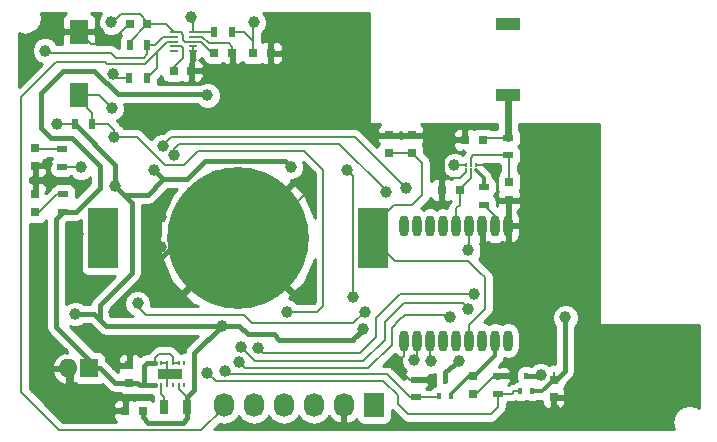
<source format=gtl>
G04 #@! TF.FileFunction,Copper,L1,Top,Signal*
%FSLAX46Y46*%
G04 Gerber Fmt 4.6, Leading zero omitted, Abs format (unit mm)*
G04 Created by KiCad (PCBNEW 4.0.5+dfsg1-4~bpo8+1) date Tue Nov 21 17:33:29 2017*
%MOMM*%
%LPD*%
G01*
G04 APERTURE LIST*
%ADD10C,0.100000*%
%ADD11R,2.540000X5.080000*%
%ADD12C,12.000000*%
%ADD13R,1.600000X1.600000*%
%ADD14O,1.600000X1.600000*%
%ADD15C,1.000000*%
%ADD16O,0.800000X1.800000*%
%ADD17R,2.000000X1.000000*%
%ADD18R,0.750000X0.800000*%
%ADD19R,0.800000X0.750000*%
%ADD20R,0.797560X0.797560*%
%ADD21R,0.700000X1.300000*%
%ADD22R,1.727200X2.032000*%
%ADD23O,1.727200X2.032000*%
%ADD24R,0.400000X0.510000*%
%ADD25R,0.500000X0.900000*%
%ADD26R,0.900000X0.500000*%
%ADD27R,1.600000X2.000000*%
%ADD28O,0.250000X0.500000*%
%ADD29R,2.000000X0.900000*%
%ADD30C,0.500000*%
%ADD31R,0.270000X0.325000*%
%ADD32R,0.700000X0.250000*%
%ADD33C,0.600000*%
%ADD34C,0.200000*%
%ADD35C,0.400000*%
%ADD36C,0.250000*%
%ADD37C,0.350000*%
%ADD38C,0.300000*%
%ADD39C,0.254000*%
G04 APERTURE END LIST*
D10*
D11*
X117230000Y-78300000D03*
X94370000Y-78300000D03*
D12*
X105800000Y-78300000D03*
D13*
X93200000Y-89300000D03*
D14*
X91400000Y-89300000D03*
D15*
X109430000Y-77290000D03*
D16*
X128650000Y-77250000D03*
X127550000Y-77250000D03*
X126450000Y-77250000D03*
X125350000Y-77250000D03*
X124250000Y-77250000D03*
X123150000Y-77250000D03*
X122050000Y-77250000D03*
X120950000Y-77250000D03*
X119850000Y-77250000D03*
X119850000Y-86950000D03*
X120950000Y-86950000D03*
X122050000Y-86950000D03*
X123150000Y-86950000D03*
X124250000Y-86950000D03*
X125350000Y-86950000D03*
X126450000Y-86950000D03*
X127550000Y-86950000D03*
X128650000Y-86950000D03*
D15*
X93250000Y-82500000D03*
X133570000Y-76230000D03*
X133500000Y-78250000D03*
X133500000Y-79750000D03*
X114100000Y-64940000D03*
X114100000Y-63440000D03*
X114100000Y-61940000D03*
X112600000Y-64940000D03*
X112600000Y-63440000D03*
X112600000Y-61940000D03*
X111100000Y-64940000D03*
X111100000Y-63440000D03*
X111100000Y-61940000D03*
X139950000Y-91860000D03*
X139950000Y-90360000D03*
X139950000Y-88860000D03*
X138450000Y-91860000D03*
X138450000Y-90360000D03*
X138450000Y-88860000D03*
X136950000Y-91860000D03*
X136950000Y-90360000D03*
X136950000Y-88860000D03*
X116000000Y-67750000D03*
X116000000Y-66000000D03*
X116000000Y-64500000D03*
X116000000Y-63000000D03*
X116000000Y-61500000D03*
X116000000Y-60000000D03*
X89750000Y-90750000D03*
X89750000Y-89250000D03*
X101750000Y-79000000D03*
X101750000Y-76500000D03*
X99250000Y-79000000D03*
X99250000Y-76500000D03*
X133460000Y-69310000D03*
X133100000Y-72300000D03*
X135750000Y-82750000D03*
X135750000Y-81250000D03*
X135750000Y-79750000D03*
X135750000Y-78250000D03*
X135640000Y-76250000D03*
X133500000Y-81250000D03*
X135750000Y-84500000D03*
X131150000Y-69270000D03*
X135840000Y-71160000D03*
X135750000Y-69250000D03*
X135750000Y-86250000D03*
X141750000Y-86250000D03*
X140250000Y-86250000D03*
X138750000Y-86250000D03*
D17*
X128670000Y-66190000D03*
X128670000Y-60190000D03*
D18*
X96600000Y-90550000D03*
X96600000Y-89050000D03*
D19*
X97750000Y-92900000D03*
X96250000Y-92900000D03*
D18*
X128730000Y-73560000D03*
X128730000Y-75060000D03*
D19*
X126500000Y-69950000D03*
X125000000Y-69950000D03*
X124550000Y-74200000D03*
X123050000Y-74200000D03*
D18*
X132500000Y-90250000D03*
X132500000Y-91750000D03*
X120500000Y-71050000D03*
X120500000Y-69550000D03*
X125700000Y-89950000D03*
X125700000Y-91450000D03*
X118600000Y-71050000D03*
X118600000Y-69550000D03*
D20*
X88600000Y-70650700D03*
X88600000Y-72149300D03*
X88600000Y-76049300D03*
X88600000Y-74550700D03*
D21*
X99550000Y-92600000D03*
X101450000Y-92600000D03*
D22*
X117300000Y-92400000D03*
D23*
X114760000Y-92400000D03*
X112220000Y-92400000D03*
X109680000Y-92400000D03*
X107140000Y-92400000D03*
X104600000Y-92400000D03*
D24*
X129700000Y-91250000D03*
X130700000Y-91250000D03*
X130200000Y-89950000D03*
X122800000Y-91650000D03*
X123800000Y-91650000D03*
X123300000Y-90350000D03*
D25*
X91950000Y-68600000D03*
X93450000Y-68600000D03*
D26*
X90900000Y-72250000D03*
X90900000Y-70750000D03*
X91000000Y-76050000D03*
X91000000Y-74550000D03*
X128670000Y-71270000D03*
X128670000Y-69770000D03*
X127800000Y-91450000D03*
X127800000Y-89950000D03*
X120900000Y-91750000D03*
X120900000Y-90250000D03*
D27*
X92300000Y-60800000D03*
X92300000Y-66200000D03*
D28*
X98750000Y-90750000D03*
X99250000Y-90750000D03*
X99750000Y-90750000D03*
X100250000Y-90750000D03*
X100750000Y-90750000D03*
X101250000Y-90750000D03*
X101250000Y-88850000D03*
X100750000Y-88850000D03*
X100250000Y-88850000D03*
X99750000Y-88850000D03*
X99250000Y-88850000D03*
X98750000Y-88850000D03*
D29*
X100000000Y-89800000D03*
D30*
X99350000Y-89800000D03*
X100000000Y-89800000D03*
X100650000Y-89800000D03*
D26*
X126600000Y-73950000D03*
X126600000Y-75450000D03*
D31*
X125100000Y-72525000D03*
X125500000Y-72525000D03*
X125900000Y-72525000D03*
X125900000Y-72075000D03*
X125500000Y-72075000D03*
X125100000Y-72075000D03*
D15*
X137250000Y-86250000D03*
D19*
X107080000Y-62610000D03*
X108580000Y-62610000D03*
X98120000Y-60190000D03*
X96620000Y-60190000D03*
X103790000Y-62580000D03*
X105290000Y-62580000D03*
X100340000Y-64110000D03*
X101840000Y-64110000D03*
D25*
X98100000Y-64710000D03*
X96600000Y-64710000D03*
X105250000Y-60810000D03*
X103750000Y-60810000D03*
X96620000Y-61940000D03*
X98120000Y-61940000D03*
D32*
X100340000Y-60840000D03*
X100340000Y-61240000D03*
X100340000Y-61640000D03*
X100340000Y-62040000D03*
X100340000Y-62440000D03*
X101940000Y-62440000D03*
X101940000Y-62040000D03*
X101940000Y-61640000D03*
X101940000Y-61240000D03*
X101940000Y-60840000D03*
D15*
X103200000Y-66200000D03*
X94000000Y-60920000D03*
X92230000Y-77890000D03*
X109710000Y-67880000D03*
X111750000Y-74250000D03*
X122900000Y-72800000D03*
X95300000Y-84500000D03*
X95500000Y-89000000D03*
X89600000Y-72000000D03*
X103900000Y-73000000D03*
X131700000Y-86600000D03*
X132600000Y-92800000D03*
X100400000Y-77800000D03*
X119100000Y-89000000D03*
X131400000Y-72500000D03*
X107110000Y-60000000D03*
X90500000Y-68580000D03*
X95040000Y-60000000D03*
X110250000Y-72250000D03*
X98700000Y-72500000D03*
X131400000Y-89900000D03*
X124500000Y-88700000D03*
X95400000Y-73900000D03*
X92000000Y-84700000D03*
X116400000Y-86000000D03*
X104400000Y-85700000D03*
X133500000Y-85000000D03*
X95220000Y-64370000D03*
X95080000Y-67280000D03*
X109900000Y-84500000D03*
X95300000Y-69700000D03*
X103200000Y-89700000D03*
X104700000Y-89500000D03*
X92500000Y-72300000D03*
X125300000Y-79300000D03*
X124100000Y-72100000D03*
X97300000Y-83800000D03*
X116500000Y-84500000D03*
X115500000Y-83250000D03*
X115000000Y-72500000D03*
X123750000Y-85000000D03*
X105900000Y-88800000D03*
X120000000Y-74000000D03*
X99400000Y-70500000D03*
X122100000Y-88700000D03*
X118300000Y-74400000D03*
X100400000Y-71200000D03*
X120700000Y-88600000D03*
X125250000Y-84250000D03*
X106000000Y-87500000D03*
X125750000Y-83000000D03*
X107500000Y-87600000D03*
X101840000Y-59530000D03*
X89450000Y-62420000D03*
D33*
X128670000Y-69770000D02*
X128670000Y-66190000D01*
D34*
X128670000Y-69770000D02*
X126680000Y-69770000D01*
X126680000Y-69770000D02*
X126500000Y-69950000D01*
D35*
X89110000Y-68950000D02*
X89110000Y-65990000D01*
X90980000Y-64120000D02*
X93620000Y-64120000D01*
X89110000Y-65990000D02*
X90980000Y-64120000D01*
X93200000Y-89300000D02*
X93200000Y-88580000D01*
X93200000Y-88580000D02*
X90390000Y-85770000D01*
X90390000Y-85770000D02*
X90390000Y-76660000D01*
X90390000Y-76660000D02*
X91000000Y-76050000D01*
X91700000Y-69800000D02*
X89960000Y-69800000D01*
X93620000Y-64120000D02*
X95600000Y-66100000D01*
X89960000Y-69800000D02*
X89110000Y-68950000D01*
X97800000Y-90750000D02*
X97800000Y-89100000D01*
X98050000Y-88850000D02*
X98750000Y-88850000D01*
X97800000Y-89100000D02*
X98050000Y-88850000D01*
D34*
X100250000Y-88850000D02*
X100250000Y-88350000D01*
X100250000Y-88350000D02*
X100000000Y-88100000D01*
X100000000Y-88100000D02*
X99100000Y-88100000D01*
X99100000Y-88100000D02*
X98750000Y-88450000D01*
X98750000Y-88450000D02*
X98750000Y-88850000D01*
X100750000Y-88850000D02*
X100250000Y-88850000D01*
D35*
X92050000Y-76050000D02*
X91000000Y-76050000D01*
X94100000Y-74000000D02*
X92050000Y-76050000D01*
X94100000Y-72200000D02*
X94100000Y-74000000D01*
X91700000Y-69800000D02*
X94100000Y-72200000D01*
X103100000Y-66100000D02*
X95600000Y-66100000D01*
D34*
X103200000Y-66200000D02*
X103100000Y-66100000D01*
D35*
X96600000Y-90550000D02*
X95350000Y-90550000D01*
X94100000Y-89300000D02*
X92900000Y-89300000D01*
X95350000Y-90550000D02*
X94100000Y-89300000D01*
X98750000Y-90750000D02*
X97800000Y-90750000D01*
X97800000Y-90750000D02*
X97450000Y-90750000D01*
X97250000Y-90550000D02*
X96600000Y-90550000D01*
X97450000Y-90750000D02*
X97250000Y-90550000D01*
D34*
X98750000Y-90750000D02*
X97900000Y-90750000D01*
X97900000Y-90750000D02*
X96800000Y-90750000D01*
X96800000Y-90750000D02*
X96600000Y-90550000D01*
D36*
X93880000Y-60800000D02*
X92300000Y-60800000D01*
X94000000Y-60920000D02*
X93880000Y-60800000D01*
X92300000Y-60840000D02*
X92300000Y-60800000D01*
D34*
X93250000Y-82500000D02*
X93250000Y-82460000D01*
X93250000Y-82460000D02*
X92250000Y-81460000D01*
X92250000Y-81460000D02*
X92250000Y-77910000D01*
X92250000Y-77910000D02*
X92230000Y-77890000D01*
X96620000Y-60190000D02*
X96570000Y-60190000D01*
X96570000Y-60190000D02*
X94880000Y-61880000D01*
X94880000Y-61880000D02*
X93380000Y-61880000D01*
X93380000Y-61880000D02*
X92300000Y-60800000D01*
X101940000Y-61240000D02*
X102780000Y-61240000D01*
X105290000Y-62060000D02*
X105290000Y-62580000D01*
X105000000Y-61770000D02*
X105290000Y-62060000D01*
X103310000Y-61770000D02*
X105000000Y-61770000D01*
X102780000Y-61240000D02*
X103310000Y-61770000D01*
X105290000Y-62580000D02*
X105290000Y-63410000D01*
X104590000Y-64110000D02*
X101840000Y-64110000D01*
X105290000Y-63410000D02*
X104590000Y-64110000D01*
X101940000Y-62440000D02*
X101940000Y-64010000D01*
X101940000Y-64010000D02*
X101840000Y-64110000D01*
X101940000Y-62440000D02*
X101940000Y-62040000D01*
D37*
X109790000Y-67800000D02*
X111660000Y-67800000D01*
X109710000Y-67880000D02*
X109790000Y-67800000D01*
D35*
X105800000Y-76700000D02*
X105800000Y-78300000D01*
D34*
X111750000Y-74250000D02*
X107700000Y-78300000D01*
X107700000Y-78300000D02*
X111750000Y-74250000D01*
D35*
X131700000Y-86520000D02*
X131700000Y-85210000D01*
X131700000Y-85210000D02*
X126450000Y-79960000D01*
X131700000Y-86600000D02*
X131700000Y-86520000D01*
X125000000Y-69950000D02*
X122210000Y-69950000D01*
D34*
X121940000Y-69680000D02*
X121940000Y-69740000D01*
D35*
X122210000Y-69950000D02*
X121940000Y-69680000D01*
X128730000Y-75060000D02*
X128730000Y-77170000D01*
D34*
X128730000Y-77170000D02*
X128650000Y-77250000D01*
D35*
X128730000Y-75060000D02*
X130940000Y-75060000D01*
X131400000Y-72500000D02*
X131400000Y-74600000D01*
X130940000Y-75060000D02*
X131400000Y-74600000D01*
D34*
X125900000Y-72075000D02*
X126795000Y-72075000D01*
X128050000Y-75060000D02*
X128730000Y-75060000D01*
X127740000Y-74750000D02*
X128050000Y-75060000D01*
X127740000Y-73020000D02*
X127740000Y-74750000D01*
X126795000Y-72075000D02*
X127740000Y-73020000D01*
D36*
X131400000Y-72500000D02*
X131400000Y-72500000D01*
D35*
X118600000Y-69550000D02*
X116750000Y-69550000D01*
X116750000Y-69550000D02*
X115000000Y-67800000D01*
X115000000Y-67800000D02*
X111660000Y-67800000D01*
D34*
X125100000Y-72525000D02*
X125100000Y-72700000D01*
X123300000Y-73200000D02*
X122900000Y-72800000D01*
X124600000Y-73200000D02*
X123300000Y-73200000D01*
X125100000Y-72700000D02*
X124600000Y-73200000D01*
D35*
X123050000Y-74200000D02*
X123050000Y-70850000D01*
X121750000Y-69550000D02*
X120500000Y-69550000D01*
X123050000Y-70850000D02*
X121940000Y-69740000D01*
D34*
X121940000Y-69740000D02*
X121750000Y-69550000D01*
X123050000Y-72950000D02*
X123050000Y-74200000D01*
X122900000Y-72800000D02*
X123050000Y-72950000D01*
D35*
X126450000Y-79100000D02*
X128100000Y-79100000D01*
X128650000Y-78550000D02*
X128650000Y-77250000D01*
X128100000Y-79100000D02*
X128650000Y-78550000D01*
X118600000Y-69550000D02*
X120500000Y-69550000D01*
D34*
X105800000Y-78300000D02*
X101000000Y-78300000D01*
D35*
X101000000Y-78300000D02*
X95300000Y-84000000D01*
D34*
X95300000Y-84000000D02*
X95300000Y-84500000D01*
D35*
X96600000Y-89050000D02*
X95550000Y-89050000D01*
X95550000Y-89050000D02*
X95500000Y-89000000D01*
X96250000Y-92900000D02*
X93500000Y-92900000D01*
X93500000Y-92900000D02*
X91650000Y-91050000D01*
X91650000Y-91050000D02*
X91650000Y-89300000D01*
D34*
X99750000Y-88850000D02*
X99750000Y-89550000D01*
X99750000Y-89550000D02*
X100000000Y-89800000D01*
X99750000Y-88850000D02*
X99250000Y-88850000D01*
D35*
X88600000Y-72149300D02*
X89450700Y-72149300D01*
D34*
X89450700Y-72149300D02*
X89600000Y-72000000D01*
D35*
X103900000Y-73000000D02*
X105800000Y-74900000D01*
X105800000Y-74900000D02*
X105800000Y-78300000D01*
X126450000Y-77250000D02*
X126450000Y-79100000D01*
X126450000Y-79100000D02*
X126450000Y-79960000D01*
D34*
X127800000Y-89950000D02*
X128550000Y-89950000D01*
X131200000Y-88700000D02*
X131700000Y-88200000D01*
X129800000Y-88700000D02*
X131200000Y-88700000D01*
X128550000Y-89950000D02*
X129800000Y-88700000D01*
X131700000Y-88200000D02*
X131700000Y-86600000D01*
X131700000Y-88200000D02*
X131700000Y-86600000D01*
X132500000Y-92700000D02*
X132500000Y-91450000D01*
X132600000Y-92800000D02*
X132500000Y-92700000D01*
X125700000Y-91450000D02*
X125950000Y-91450000D01*
X125950000Y-91450000D02*
X127450000Y-89950000D01*
X127450000Y-89950000D02*
X127800000Y-89950000D01*
X88600000Y-74100000D02*
X88600000Y-74550700D01*
D35*
X88600000Y-74550700D02*
X88600000Y-73500000D01*
X88600000Y-73500000D02*
X88600000Y-72149300D01*
D34*
X100400000Y-77800000D02*
X100900000Y-78300000D01*
X100900000Y-78300000D02*
X105800000Y-78300000D01*
X119850000Y-86950000D02*
X119850000Y-88250000D01*
X119850000Y-88250000D02*
X119100000Y-89000000D01*
X120350000Y-90250000D02*
X120900000Y-90250000D01*
X119100000Y-89000000D02*
X120350000Y-90250000D01*
X109900000Y-74700000D02*
X106300000Y-78300000D01*
X106300000Y-78300000D02*
X105800000Y-78300000D01*
X99750000Y-90750000D02*
X99750000Y-90050000D01*
X99750000Y-90050000D02*
X100000000Y-89800000D01*
X105320000Y-62610000D02*
X105300000Y-62590000D01*
X107110000Y-60000000D02*
X107080000Y-60030000D01*
X107080000Y-60030000D02*
X107080000Y-62610000D01*
X98120000Y-60190000D02*
X98120000Y-59990000D01*
X98120000Y-59990000D02*
X97450000Y-59320000D01*
X90520000Y-68600000D02*
X91950000Y-68600000D01*
X90500000Y-68580000D02*
X90520000Y-68600000D01*
X95210000Y-60000000D02*
X95040000Y-60000000D01*
X95890000Y-59320000D02*
X95210000Y-60000000D01*
X97450000Y-59320000D02*
X95890000Y-59320000D01*
X96620000Y-61940000D02*
X96620000Y-61690000D01*
X96620000Y-61690000D02*
X98120000Y-60190000D01*
X98120000Y-60190000D02*
X98120000Y-60150000D01*
X107080000Y-62610000D02*
X107080000Y-61620000D01*
X107080000Y-61620000D02*
X106270000Y-60810000D01*
X106270000Y-60810000D02*
X105250000Y-60810000D01*
X101940000Y-61640000D02*
X102620000Y-61640000D01*
X102620000Y-61640000D02*
X103560000Y-62580000D01*
X103560000Y-62580000D02*
X103790000Y-62580000D01*
X103800000Y-62350000D02*
X103800000Y-62590000D01*
X98120000Y-60190000D02*
X99690000Y-60190000D01*
X99690000Y-60190000D02*
X100340000Y-60840000D01*
X101940000Y-61640000D02*
X101300000Y-61640000D01*
X100920000Y-60840000D02*
X100340000Y-60840000D01*
X101150000Y-61070000D02*
X100920000Y-60840000D01*
X101150000Y-61490000D02*
X101150000Y-61070000D01*
X101300000Y-61640000D02*
X101150000Y-61490000D01*
X105300000Y-60860000D02*
X105250000Y-60810000D01*
D35*
X99350000Y-73150000D02*
X99350000Y-73400000D01*
X99350000Y-73400000D02*
X98150000Y-74600000D01*
X99450000Y-73250000D02*
X99350000Y-73150000D01*
X99350000Y-73150000D02*
X98700000Y-72500000D01*
X101500000Y-73250000D02*
X99450000Y-73250000D01*
X103000000Y-71750000D02*
X101500000Y-73250000D01*
X109750000Y-71750000D02*
X103000000Y-71750000D01*
X110250000Y-72250000D02*
X109750000Y-71750000D01*
X95400000Y-72180000D02*
X95400000Y-72050000D01*
X95400000Y-72050000D02*
X91950000Y-68600000D01*
X95400000Y-73900000D02*
X95400000Y-72180000D01*
X96100000Y-74600000D02*
X95400000Y-73900000D01*
X98150000Y-74600000D02*
X96100000Y-74600000D01*
X96800000Y-81000000D02*
X96800000Y-81200000D01*
X96800000Y-81200000D02*
X94100000Y-83900000D01*
X94100000Y-85100000D02*
X94100000Y-83900000D01*
X94100000Y-85200000D02*
X94100000Y-85100000D01*
X96800000Y-81000000D02*
X96800000Y-80300000D01*
X131400000Y-89900000D02*
X131350000Y-89950000D01*
X131350000Y-89950000D02*
X130200000Y-89950000D01*
X123300000Y-89600000D02*
X123300000Y-90350000D01*
X124500000Y-88700000D02*
X123300000Y-89600000D01*
X96800000Y-75300000D02*
X95400000Y-73900000D01*
X96800000Y-80300000D02*
X96800000Y-75300000D01*
X104400000Y-85700000D02*
X94600000Y-85700000D01*
X93600000Y-84700000D02*
X92000000Y-84700000D01*
X94600000Y-85700000D02*
X94100000Y-85200000D01*
X94100000Y-85200000D02*
X93600000Y-84700000D01*
X115550000Y-86850000D02*
X116400000Y-86000000D01*
X104400000Y-85700000D02*
X105900000Y-85700000D01*
X115500000Y-86900000D02*
X115550000Y-86850000D01*
X115550000Y-86850000D02*
X116000000Y-86400000D01*
X116000000Y-86400000D02*
X116300000Y-86100000D01*
X109300000Y-86900000D02*
X115500000Y-86900000D01*
X108800000Y-86400000D02*
X109300000Y-86900000D01*
X106600000Y-86400000D02*
X108800000Y-86400000D01*
X105900000Y-85700000D02*
X106600000Y-86400000D01*
X101450000Y-92600000D02*
X101450000Y-91750000D01*
X101450000Y-91750000D02*
X102100000Y-91100000D01*
X102100000Y-88000000D02*
X104400000Y-85700000D01*
X102100000Y-91100000D02*
X102100000Y-88000000D01*
D34*
X104100000Y-85700000D02*
X104400000Y-85700000D01*
X100750000Y-90750000D02*
X100750000Y-91050000D01*
X100750000Y-91050000D02*
X101450000Y-91750000D01*
D35*
X97750000Y-92900000D02*
X97750000Y-93450000D01*
X101450000Y-93550000D02*
X101450000Y-92600000D01*
X101100000Y-93900000D02*
X101450000Y-93550000D01*
X98200000Y-93900000D02*
X101100000Y-93900000D01*
X97750000Y-93450000D02*
X98200000Y-93900000D01*
D34*
X125500000Y-72075000D02*
X125500000Y-71460000D01*
X125690000Y-71270000D02*
X128670000Y-71270000D01*
X125500000Y-71460000D02*
X125690000Y-71270000D01*
X128730000Y-73560000D02*
X128730000Y-71330000D01*
X128730000Y-71330000D02*
X128670000Y-71270000D01*
D35*
X133500000Y-89500000D02*
X132750000Y-90250000D01*
X133500000Y-85000000D02*
X133500000Y-89500000D01*
X132750000Y-90250000D02*
X132500000Y-90250000D01*
D37*
X132500000Y-90250000D02*
X132500000Y-90200000D01*
X130700000Y-91250000D02*
X131500000Y-91250000D01*
X131500000Y-91250000D02*
X132500000Y-90250000D01*
D34*
X132500000Y-90250000D02*
X132500000Y-89600000D01*
X131500000Y-91250000D02*
X132500000Y-90250000D01*
X132500000Y-89950000D02*
X132500000Y-89600000D01*
X132500000Y-89950000D02*
X132500000Y-89700000D01*
D37*
X125700000Y-89950000D02*
X125850000Y-89950000D01*
X125850000Y-89950000D02*
X127550000Y-88250000D01*
X127550000Y-88250000D02*
X127550000Y-86950000D01*
X123800000Y-91650000D02*
X123800000Y-91500000D01*
X123800000Y-91500000D02*
X125350000Y-89950000D01*
X125350000Y-89950000D02*
X125700000Y-89950000D01*
D34*
X127550000Y-86950000D02*
X127550000Y-88100000D01*
X127550000Y-88100000D02*
X125700000Y-89950000D01*
X125700000Y-90000000D02*
X125700000Y-89950000D01*
X90900000Y-70750000D02*
X88699300Y-70750000D01*
X88699300Y-70750000D02*
X88600000Y-70650700D01*
X88600000Y-76049300D02*
X88950700Y-76049300D01*
X88950700Y-76049300D02*
X90450000Y-74550000D01*
X90450000Y-74550000D02*
X91000000Y-74550000D01*
X99250000Y-90750000D02*
X99250000Y-91450000D01*
X99550000Y-91750000D02*
X99550000Y-92600000D01*
X99250000Y-91450000D02*
X99550000Y-91750000D01*
X96600000Y-64710000D02*
X95560000Y-64710000D01*
X95560000Y-64710000D02*
X95220000Y-64370000D01*
X92300000Y-66200000D02*
X94000000Y-66200000D01*
X94000000Y-66200000D02*
X95080000Y-67280000D01*
X92290000Y-66200000D02*
X92300000Y-66200000D01*
X111000000Y-70900000D02*
X111400000Y-70900000D01*
X113000000Y-84000000D02*
X112500000Y-84500000D01*
X113000000Y-72500000D02*
X113000000Y-84000000D01*
X111400000Y-70900000D02*
X113000000Y-72500000D01*
X95300000Y-69700000D02*
X97200000Y-69700000D01*
X101200000Y-72100000D02*
X102400000Y-70900000D01*
X102400000Y-70900000D02*
X111000000Y-70900000D01*
X97200000Y-69700000D02*
X99600000Y-72100000D01*
X99600000Y-72100000D02*
X101200000Y-72100000D01*
X93450000Y-68600000D02*
X94800000Y-68600000D01*
X94800000Y-68600000D02*
X95300000Y-69100000D01*
X95300000Y-69100000D02*
X95300000Y-69700000D01*
X112500000Y-84500000D02*
X109900000Y-84500000D01*
X92300000Y-66200000D02*
X92300000Y-66500000D01*
X92300000Y-66500000D02*
X93450000Y-67650000D01*
X93450000Y-67650000D02*
X93450000Y-68600000D01*
X98940000Y-62820000D02*
X98940000Y-62510000D01*
X98940000Y-62510000D02*
X99140000Y-62310000D01*
X98940000Y-63500000D02*
X98940000Y-62820000D01*
X98940000Y-62820000D02*
X98940000Y-62700000D01*
X98940000Y-62700000D02*
X98845000Y-62605000D01*
X100340000Y-61640000D02*
X99810000Y-61640000D01*
X99810000Y-61640000D02*
X99140000Y-62310000D01*
X99140000Y-62310000D02*
X98845000Y-62605000D01*
X98845000Y-62605000D02*
X97950000Y-63500000D01*
X104600000Y-92400000D02*
X104600000Y-92630000D01*
X104600000Y-92630000D02*
X102680000Y-94550000D01*
X102680000Y-94550000D02*
X90670000Y-94550000D01*
X90670000Y-94550000D02*
X87870000Y-91750000D01*
X87870000Y-91750000D02*
X87860000Y-91750000D01*
X87860000Y-91750000D02*
X87400000Y-91290000D01*
X87400000Y-91290000D02*
X87400000Y-66360000D01*
X87400000Y-66360000D02*
X90400000Y-63360000D01*
X90400000Y-63360000D02*
X94550000Y-63360000D01*
X94550000Y-63360000D02*
X94690000Y-63500000D01*
X94690000Y-63500000D02*
X97950000Y-63500000D01*
X98940000Y-63870000D02*
X98100000Y-64710000D01*
X98940000Y-63500000D02*
X98940000Y-63870000D01*
X103900000Y-90400000D02*
X105500000Y-90400000D01*
X103200000Y-89700000D02*
X103900000Y-90400000D01*
X106700000Y-90400000D02*
X105500000Y-90400000D01*
X106700000Y-90400000D02*
X118100000Y-90400000D01*
X118100000Y-90400000D02*
X119300000Y-91600000D01*
X119300000Y-91600000D02*
X119300000Y-92300000D01*
X119300000Y-92300000D02*
X120200000Y-93200000D01*
X120200000Y-93200000D02*
X127200000Y-93200000D01*
X127200000Y-93200000D02*
X127800000Y-92600000D01*
X127800000Y-92600000D02*
X127800000Y-91450000D01*
X127800000Y-91450000D02*
X128950000Y-91450000D01*
X129150000Y-91250000D02*
X129700000Y-91250000D01*
X128950000Y-91450000D02*
X129150000Y-91250000D01*
X105000000Y-89800000D02*
X107000000Y-89800000D01*
X104700000Y-89500000D02*
X105000000Y-89800000D01*
X120350000Y-91750000D02*
X120900000Y-91750000D01*
X118400000Y-89800000D02*
X120350000Y-91750000D01*
X107000000Y-89800000D02*
X118400000Y-89800000D01*
X120900000Y-91750000D02*
X122700000Y-91750000D01*
X122700000Y-91750000D02*
X122800000Y-91650000D01*
X120900000Y-91750000D02*
X120650000Y-91750000D01*
X90900000Y-72250000D02*
X92450000Y-72250000D01*
X92450000Y-72250000D02*
X92500000Y-72300000D01*
X125100000Y-72075000D02*
X124125000Y-72075000D01*
X125350000Y-79250000D02*
X125350000Y-77250000D01*
X125300000Y-79300000D02*
X125350000Y-79250000D01*
X124125000Y-72075000D02*
X124100000Y-72100000D01*
X125500000Y-72525000D02*
X125500000Y-73200000D01*
X125500000Y-73200000D02*
X124550000Y-74150000D01*
X124550000Y-74150000D02*
X124550000Y-74200000D01*
X124250000Y-77250000D02*
X124250000Y-75750000D01*
X124550000Y-75450000D02*
X124550000Y-74200000D01*
X124250000Y-75750000D02*
X124550000Y-75450000D01*
X111500000Y-85500000D02*
X115500000Y-85500000D01*
X115500000Y-85500000D02*
X116500000Y-84500000D01*
X100100000Y-84800000D02*
X98000000Y-84800000D01*
X97300000Y-84100000D02*
X97300000Y-83800000D01*
X98000000Y-84800000D02*
X97300000Y-84100000D01*
X107000000Y-85500000D02*
X106500000Y-85000000D01*
X111500000Y-85500000D02*
X107000000Y-85500000D01*
X105500000Y-84800000D02*
X103100000Y-84800000D01*
X106300000Y-84800000D02*
X105500000Y-84800000D01*
X106500000Y-85000000D02*
X106300000Y-84800000D01*
X100100000Y-84800000D02*
X103100000Y-84800000D01*
X115500000Y-73000000D02*
X115500000Y-83250000D01*
X115000000Y-72500000D02*
X115500000Y-73000000D01*
X122250000Y-84800000D02*
X123550000Y-84800000D01*
X123550000Y-84800000D02*
X123750000Y-85000000D01*
X109100000Y-89300000D02*
X107700000Y-89300000D01*
X106400000Y-89300000D02*
X107700000Y-89300000D01*
X122300000Y-84800000D02*
X122250000Y-84800000D01*
X122250000Y-84800000D02*
X119900000Y-84800000D01*
X119900000Y-84800000D02*
X119450000Y-85250000D01*
X119450000Y-85250000D02*
X118800000Y-85900000D01*
X122400000Y-84800000D02*
X122300000Y-84800000D01*
X109100000Y-89300000D02*
X116800000Y-89300000D01*
X116800000Y-89300000D02*
X118800000Y-87300000D01*
X118800000Y-87300000D02*
X118800000Y-85900000D01*
X105900000Y-88800000D02*
X106400000Y-89300000D01*
X115700000Y-69700000D02*
X118500000Y-72500000D01*
X100100000Y-69700000D02*
X115700000Y-69700000D01*
X120000000Y-74000000D02*
X118500000Y-72500000D01*
X99400000Y-70500000D02*
X99400000Y-70400000D01*
X99400000Y-70400000D02*
X100100000Y-69700000D01*
X122050000Y-86950000D02*
X122050000Y-88650000D01*
X122050000Y-88650000D02*
X122100000Y-88700000D01*
X118300000Y-74400000D02*
X118300000Y-74240000D01*
X118300000Y-74240000D02*
X114360000Y-70300000D01*
X114360000Y-70300000D02*
X100800000Y-70300000D01*
X100800000Y-70300000D02*
X100400000Y-70700000D01*
X100400000Y-70700000D02*
X100400000Y-71200000D01*
X120950000Y-86950000D02*
X120950000Y-88350000D01*
X120950000Y-88350000D02*
X120700000Y-88600000D01*
X122750000Y-83800000D02*
X124800000Y-83800000D01*
X124800000Y-83800000D02*
X125250000Y-84250000D01*
X125250000Y-84250000D02*
X124800000Y-83800000D01*
X118200000Y-85400000D02*
X118400000Y-85200000D01*
X123400000Y-83800000D02*
X123250000Y-83800000D01*
X123250000Y-83800000D02*
X122750000Y-83800000D01*
X122750000Y-83800000D02*
X119800000Y-83800000D01*
X119800000Y-83800000D02*
X118400000Y-85200000D01*
X118200000Y-86900000D02*
X118200000Y-85400000D01*
X116400000Y-88700000D02*
X118200000Y-86900000D01*
X107200000Y-88700000D02*
X116400000Y-88700000D01*
X106000000Y-87500000D02*
X107200000Y-88700000D01*
X124500000Y-83000000D02*
X125750000Y-83000000D01*
X119550000Y-83000000D02*
X119480000Y-83000000D01*
X124500000Y-83000000D02*
X124000000Y-83000000D01*
X124000000Y-83000000D02*
X119550000Y-83000000D01*
X119480000Y-83000000D02*
X117430000Y-85050000D01*
X117430000Y-85050000D02*
X117430000Y-86670000D01*
X117430000Y-85050000D02*
X117430000Y-86670000D01*
X116100000Y-88000000D02*
X117430000Y-86670000D01*
X107900000Y-88000000D02*
X116100000Y-88000000D01*
X107500000Y-87600000D02*
X107900000Y-88000000D01*
X118600000Y-71050000D02*
X120500000Y-71050000D01*
X120500000Y-71050000D02*
X121400000Y-71950000D01*
X121400000Y-71950000D02*
X121400000Y-74600000D01*
X121400000Y-74600000D02*
X120500000Y-75500000D01*
X120500000Y-75500000D02*
X119000000Y-75500000D01*
X119000000Y-75500000D02*
X117230000Y-77270000D01*
X117230000Y-77270000D02*
X117230000Y-78300000D01*
X117230000Y-78300000D02*
X117230000Y-78330000D01*
X117230000Y-78330000D02*
X119100000Y-80200000D01*
X125300000Y-80200000D02*
X126300000Y-81200000D01*
X119100000Y-80200000D02*
X125300000Y-80200000D01*
X125350000Y-86950000D02*
X125350000Y-85650000D01*
X126700000Y-81600000D02*
X126300000Y-81200000D01*
X126700000Y-84300000D02*
X126700000Y-81600000D01*
X125350000Y-85650000D02*
X126700000Y-84300000D01*
D38*
X126600000Y-73950000D02*
X126600000Y-73180000D01*
X126600000Y-73180000D02*
X125945000Y-72525000D01*
X125945000Y-72525000D02*
X125900000Y-72525000D01*
D34*
X126600000Y-73800000D02*
X126600000Y-73950000D01*
X127550000Y-77250000D02*
X127550000Y-76400000D01*
X127550000Y-76400000D02*
X126600000Y-75450000D01*
X100340000Y-64110000D02*
X100340000Y-63830000D01*
X100340000Y-63830000D02*
X101100000Y-63070000D01*
X101100000Y-63070000D02*
X101100000Y-62220000D01*
X101100000Y-62220000D02*
X100920000Y-62040000D01*
X100920000Y-62040000D02*
X100340000Y-62040000D01*
X101940000Y-59630000D02*
X101940000Y-60840000D01*
X101840000Y-59530000D02*
X101940000Y-59630000D01*
X101940000Y-60840000D02*
X103720000Y-60840000D01*
X103720000Y-60840000D02*
X103750000Y-60810000D01*
X97790000Y-62990000D02*
X98120000Y-62660000D01*
X95460000Y-62990000D02*
X97790000Y-62990000D01*
X95060000Y-62590000D02*
X95460000Y-62990000D01*
X89620000Y-62590000D02*
X95060000Y-62590000D01*
X89450000Y-62420000D02*
X89620000Y-62590000D01*
X98120000Y-62660000D02*
X98120000Y-61940000D01*
X98120000Y-61940000D02*
X98730000Y-61940000D01*
X99430000Y-61240000D02*
X100340000Y-61240000D01*
X98730000Y-61940000D02*
X99430000Y-61240000D01*
D39*
G36*
X136373000Y-85500000D02*
X136381685Y-85546159D01*
X136408965Y-85588553D01*
X136450590Y-85616994D01*
X136500000Y-85627000D01*
X144790000Y-85627000D01*
X144790000Y-92621972D01*
X144593148Y-92490440D01*
X144030000Y-92378423D01*
X143466852Y-92490440D01*
X142989438Y-92809438D01*
X142670440Y-93286852D01*
X142558423Y-93850000D01*
X142670440Y-94413148D01*
X142715109Y-94480000D01*
X103789446Y-94480000D01*
X104254772Y-94014675D01*
X104600000Y-94083345D01*
X105173489Y-93969271D01*
X105659670Y-93644415D01*
X105870000Y-93329634D01*
X106080330Y-93644415D01*
X106566511Y-93969271D01*
X107140000Y-94083345D01*
X107713489Y-93969271D01*
X108199670Y-93644415D01*
X108410000Y-93329634D01*
X108620330Y-93644415D01*
X109106511Y-93969271D01*
X109680000Y-94083345D01*
X110253489Y-93969271D01*
X110739670Y-93644415D01*
X110950000Y-93329634D01*
X111160330Y-93644415D01*
X111646511Y-93969271D01*
X112220000Y-94083345D01*
X112793489Y-93969271D01*
X113279670Y-93644415D01*
X113486461Y-93334931D01*
X113857964Y-93750732D01*
X114385209Y-94004709D01*
X114400974Y-94007358D01*
X114633000Y-93886217D01*
X114633000Y-92527000D01*
X114613000Y-92527000D01*
X114613000Y-92273000D01*
X114633000Y-92273000D01*
X114633000Y-92253000D01*
X114887000Y-92253000D01*
X114887000Y-92273000D01*
X114907000Y-92273000D01*
X114907000Y-92527000D01*
X114887000Y-92527000D01*
X114887000Y-93886217D01*
X115119026Y-94007358D01*
X115134791Y-94004709D01*
X115662036Y-93750732D01*
X115818907Y-93575155D01*
X115833238Y-93651317D01*
X115972310Y-93867441D01*
X116184510Y-94012431D01*
X116436400Y-94063440D01*
X118163600Y-94063440D01*
X118398917Y-94019162D01*
X118615041Y-93880090D01*
X118760031Y-93667890D01*
X118811040Y-93416000D01*
X118811040Y-92850486D01*
X119680276Y-93719723D01*
X119907324Y-93871431D01*
X119918728Y-93879051D01*
X120200000Y-93935000D01*
X127200000Y-93935000D01*
X127481272Y-93879051D01*
X127719723Y-93719723D01*
X128319723Y-93119724D01*
X128479051Y-92881272D01*
X128499482Y-92778560D01*
X128535000Y-92600000D01*
X128535000Y-92271192D01*
X128668946Y-92185000D01*
X128950000Y-92185000D01*
X129231272Y-92129051D01*
X129266910Y-92105238D01*
X129500000Y-92152440D01*
X129900000Y-92152440D01*
X130135317Y-92108162D01*
X130198478Y-92067519D01*
X130248110Y-92101431D01*
X130500000Y-92152440D01*
X130900000Y-92152440D01*
X131135317Y-92108162D01*
X131210163Y-92060000D01*
X131490000Y-92060000D01*
X131490000Y-92276309D01*
X131586673Y-92509698D01*
X131765301Y-92688327D01*
X131998690Y-92785000D01*
X132214250Y-92785000D01*
X132373000Y-92626250D01*
X132373000Y-91877000D01*
X132627000Y-91877000D01*
X132627000Y-92626250D01*
X132785750Y-92785000D01*
X133001310Y-92785000D01*
X133234699Y-92688327D01*
X133413327Y-92509698D01*
X133510000Y-92276309D01*
X133510000Y-92035750D01*
X133351250Y-91877000D01*
X132627000Y-91877000D01*
X132373000Y-91877000D01*
X132353000Y-91877000D01*
X132353000Y-91623000D01*
X132373000Y-91623000D01*
X132373000Y-91603000D01*
X132627000Y-91603000D01*
X132627000Y-91623000D01*
X133351250Y-91623000D01*
X133510000Y-91464250D01*
X133510000Y-91223691D01*
X133413327Y-90990302D01*
X133411957Y-90988932D01*
X133471431Y-90901890D01*
X133520300Y-90660568D01*
X134090434Y-90090434D01*
X134127474Y-90035000D01*
X134271439Y-89819541D01*
X134335000Y-89500000D01*
X134335000Y-85770189D01*
X134461645Y-85643765D01*
X134634803Y-85226756D01*
X134635197Y-84775225D01*
X134462767Y-84357914D01*
X134143765Y-84038355D01*
X133726756Y-83865197D01*
X133275225Y-83864803D01*
X132857914Y-84037233D01*
X132538355Y-84356235D01*
X132365197Y-84773244D01*
X132364803Y-85224775D01*
X132537233Y-85642086D01*
X132665000Y-85770076D01*
X132665000Y-88897821D01*
X132500000Y-88865000D01*
X132218728Y-88920949D01*
X132103349Y-88998043D01*
X132043765Y-88938355D01*
X131626756Y-88765197D01*
X131175225Y-88764803D01*
X130757914Y-88937233D01*
X130605672Y-89089210D01*
X130400000Y-89047560D01*
X130000000Y-89047560D01*
X129764683Y-89091838D01*
X129548559Y-89230910D01*
X129403569Y-89443110D01*
X129352560Y-89695000D01*
X129352560Y-90205000D01*
X129383509Y-90369479D01*
X129264683Y-90391838D01*
X129048559Y-90530910D01*
X129045184Y-90535849D01*
X128868728Y-90570949D01*
X128659123Y-90711002D01*
X128645994Y-90702031D01*
X128788327Y-90559698D01*
X128885000Y-90326309D01*
X128885000Y-90233750D01*
X128726250Y-90075000D01*
X127927000Y-90075000D01*
X127927000Y-90097000D01*
X127673000Y-90097000D01*
X127673000Y-90075000D01*
X127653000Y-90075000D01*
X127653000Y-89825000D01*
X127673000Y-89825000D01*
X127673000Y-89803000D01*
X127927000Y-89803000D01*
X127927000Y-89825000D01*
X128726250Y-89825000D01*
X128885000Y-89666250D01*
X128885000Y-89573691D01*
X128788327Y-89340302D01*
X128609699Y-89161673D01*
X128376310Y-89065000D01*
X128085750Y-89065000D01*
X127927002Y-89223748D01*
X127927002Y-89065000D01*
X127880513Y-89065000D01*
X128122756Y-88822757D01*
X128218777Y-88679051D01*
X128298342Y-88559974D01*
X128320318Y-88449494D01*
X128650000Y-88515072D01*
X129046077Y-88436287D01*
X129381856Y-88211928D01*
X129606215Y-87876149D01*
X129685000Y-87480072D01*
X129685000Y-86419928D01*
X129606215Y-86023851D01*
X129381856Y-85688072D01*
X129046077Y-85463713D01*
X128650000Y-85384928D01*
X128253923Y-85463713D01*
X128100000Y-85566560D01*
X127946077Y-85463713D01*
X127550000Y-85384928D01*
X127153923Y-85463713D01*
X127000000Y-85566560D01*
X126846077Y-85463713D01*
X126620587Y-85418860D01*
X127219723Y-84819724D01*
X127379051Y-84581272D01*
X127381104Y-84570949D01*
X127435000Y-84300000D01*
X127435000Y-81600000D01*
X127379051Y-81318728D01*
X127379051Y-81318727D01*
X127219723Y-81080276D01*
X126819726Y-80680280D01*
X126819724Y-80680277D01*
X126172350Y-80032904D01*
X126261645Y-79943765D01*
X126434803Y-79526756D01*
X126435197Y-79075225D01*
X126265067Y-78663479D01*
X126323000Y-78616998D01*
X126323000Y-78091766D01*
X126385000Y-77780072D01*
X126385000Y-77103000D01*
X126515000Y-77103000D01*
X126515000Y-77780072D01*
X126577000Y-78091766D01*
X126577000Y-78616998D01*
X126736123Y-78744666D01*
X126985240Y-78623577D01*
X127153923Y-78736287D01*
X127550000Y-78815072D01*
X127946077Y-78736287D01*
X128114760Y-78623577D01*
X128363877Y-78744666D01*
X128523000Y-78616998D01*
X128523000Y-78091766D01*
X128585000Y-77780072D01*
X128585000Y-77377000D01*
X128777000Y-77377000D01*
X128777000Y-78616998D01*
X128936123Y-78744666D01*
X129292053Y-78571658D01*
X129557615Y-78263410D01*
X129685000Y-77877000D01*
X129685000Y-77377000D01*
X128777000Y-77377000D01*
X128585000Y-77377000D01*
X128585000Y-76719928D01*
X128523000Y-76408234D01*
X128523000Y-76016250D01*
X128603000Y-75936250D01*
X128603000Y-75883002D01*
X128777000Y-75883002D01*
X128777000Y-77123000D01*
X129685000Y-77123000D01*
X129685000Y-76623000D01*
X129557615Y-76236590D01*
X129381895Y-76032625D01*
X129464699Y-75998327D01*
X129643327Y-75819698D01*
X129740000Y-75586309D01*
X129740000Y-75345750D01*
X129581250Y-75187000D01*
X128857000Y-75187000D01*
X128857000Y-75818816D01*
X128777000Y-75883002D01*
X128603000Y-75883002D01*
X128603000Y-75187000D01*
X127878750Y-75187000D01*
X127720000Y-75345750D01*
X127720000Y-75530553D01*
X127697440Y-75507993D01*
X127697440Y-75200000D01*
X127653162Y-74964683D01*
X127514090Y-74748559D01*
X127444289Y-74700866D01*
X127501441Y-74664090D01*
X127646431Y-74451890D01*
X127697440Y-74200000D01*
X127697440Y-73700000D01*
X127653162Y-73464683D01*
X127514090Y-73248559D01*
X127380478Y-73157266D01*
X127325245Y-72879594D01*
X127155079Y-72624921D01*
X126603546Y-72073388D01*
X126559539Y-72005000D01*
X127805025Y-72005000D01*
X127968110Y-72116431D01*
X127995000Y-72121876D01*
X127995000Y-72637069D01*
X127903559Y-72695910D01*
X127758569Y-72908110D01*
X127707560Y-73160000D01*
X127707560Y-73960000D01*
X127751838Y-74195317D01*
X127818329Y-74298646D01*
X127816673Y-74300302D01*
X127720000Y-74533691D01*
X127720000Y-74774250D01*
X127878750Y-74933000D01*
X128603000Y-74933000D01*
X128603000Y-74913000D01*
X128857000Y-74913000D01*
X128857000Y-74933000D01*
X129581250Y-74933000D01*
X129740000Y-74774250D01*
X129740000Y-74533691D01*
X129643327Y-74300302D01*
X129641957Y-74298932D01*
X129701431Y-74211890D01*
X129752440Y-73960000D01*
X129752440Y-73160000D01*
X129708162Y-72924683D01*
X129569090Y-72708559D01*
X129465000Y-72637437D01*
X129465000Y-72052583D01*
X129571441Y-71984090D01*
X129716431Y-71771890D01*
X129767440Y-71520000D01*
X129767440Y-71020000D01*
X129723162Y-70784683D01*
X129584090Y-70568559D01*
X129514289Y-70520866D01*
X129571441Y-70484090D01*
X129716431Y-70271890D01*
X129767440Y-70020000D01*
X129767440Y-69520000D01*
X129723162Y-69284683D01*
X129605000Y-69101054D01*
X129605000Y-68627000D01*
X136373000Y-68627000D01*
X136373000Y-85500000D01*
X136373000Y-85500000D01*
G37*
X136373000Y-85500000D02*
X136381685Y-85546159D01*
X136408965Y-85588553D01*
X136450590Y-85616994D01*
X136500000Y-85627000D01*
X144790000Y-85627000D01*
X144790000Y-92621972D01*
X144593148Y-92490440D01*
X144030000Y-92378423D01*
X143466852Y-92490440D01*
X142989438Y-92809438D01*
X142670440Y-93286852D01*
X142558423Y-93850000D01*
X142670440Y-94413148D01*
X142715109Y-94480000D01*
X103789446Y-94480000D01*
X104254772Y-94014675D01*
X104600000Y-94083345D01*
X105173489Y-93969271D01*
X105659670Y-93644415D01*
X105870000Y-93329634D01*
X106080330Y-93644415D01*
X106566511Y-93969271D01*
X107140000Y-94083345D01*
X107713489Y-93969271D01*
X108199670Y-93644415D01*
X108410000Y-93329634D01*
X108620330Y-93644415D01*
X109106511Y-93969271D01*
X109680000Y-94083345D01*
X110253489Y-93969271D01*
X110739670Y-93644415D01*
X110950000Y-93329634D01*
X111160330Y-93644415D01*
X111646511Y-93969271D01*
X112220000Y-94083345D01*
X112793489Y-93969271D01*
X113279670Y-93644415D01*
X113486461Y-93334931D01*
X113857964Y-93750732D01*
X114385209Y-94004709D01*
X114400974Y-94007358D01*
X114633000Y-93886217D01*
X114633000Y-92527000D01*
X114613000Y-92527000D01*
X114613000Y-92273000D01*
X114633000Y-92273000D01*
X114633000Y-92253000D01*
X114887000Y-92253000D01*
X114887000Y-92273000D01*
X114907000Y-92273000D01*
X114907000Y-92527000D01*
X114887000Y-92527000D01*
X114887000Y-93886217D01*
X115119026Y-94007358D01*
X115134791Y-94004709D01*
X115662036Y-93750732D01*
X115818907Y-93575155D01*
X115833238Y-93651317D01*
X115972310Y-93867441D01*
X116184510Y-94012431D01*
X116436400Y-94063440D01*
X118163600Y-94063440D01*
X118398917Y-94019162D01*
X118615041Y-93880090D01*
X118760031Y-93667890D01*
X118811040Y-93416000D01*
X118811040Y-92850486D01*
X119680276Y-93719723D01*
X119907324Y-93871431D01*
X119918728Y-93879051D01*
X120200000Y-93935000D01*
X127200000Y-93935000D01*
X127481272Y-93879051D01*
X127719723Y-93719723D01*
X128319723Y-93119724D01*
X128479051Y-92881272D01*
X128499482Y-92778560D01*
X128535000Y-92600000D01*
X128535000Y-92271192D01*
X128668946Y-92185000D01*
X128950000Y-92185000D01*
X129231272Y-92129051D01*
X129266910Y-92105238D01*
X129500000Y-92152440D01*
X129900000Y-92152440D01*
X130135317Y-92108162D01*
X130198478Y-92067519D01*
X130248110Y-92101431D01*
X130500000Y-92152440D01*
X130900000Y-92152440D01*
X131135317Y-92108162D01*
X131210163Y-92060000D01*
X131490000Y-92060000D01*
X131490000Y-92276309D01*
X131586673Y-92509698D01*
X131765301Y-92688327D01*
X131998690Y-92785000D01*
X132214250Y-92785000D01*
X132373000Y-92626250D01*
X132373000Y-91877000D01*
X132627000Y-91877000D01*
X132627000Y-92626250D01*
X132785750Y-92785000D01*
X133001310Y-92785000D01*
X133234699Y-92688327D01*
X133413327Y-92509698D01*
X133510000Y-92276309D01*
X133510000Y-92035750D01*
X133351250Y-91877000D01*
X132627000Y-91877000D01*
X132373000Y-91877000D01*
X132353000Y-91877000D01*
X132353000Y-91623000D01*
X132373000Y-91623000D01*
X132373000Y-91603000D01*
X132627000Y-91603000D01*
X132627000Y-91623000D01*
X133351250Y-91623000D01*
X133510000Y-91464250D01*
X133510000Y-91223691D01*
X133413327Y-90990302D01*
X133411957Y-90988932D01*
X133471431Y-90901890D01*
X133520300Y-90660568D01*
X134090434Y-90090434D01*
X134127474Y-90035000D01*
X134271439Y-89819541D01*
X134335000Y-89500000D01*
X134335000Y-85770189D01*
X134461645Y-85643765D01*
X134634803Y-85226756D01*
X134635197Y-84775225D01*
X134462767Y-84357914D01*
X134143765Y-84038355D01*
X133726756Y-83865197D01*
X133275225Y-83864803D01*
X132857914Y-84037233D01*
X132538355Y-84356235D01*
X132365197Y-84773244D01*
X132364803Y-85224775D01*
X132537233Y-85642086D01*
X132665000Y-85770076D01*
X132665000Y-88897821D01*
X132500000Y-88865000D01*
X132218728Y-88920949D01*
X132103349Y-88998043D01*
X132043765Y-88938355D01*
X131626756Y-88765197D01*
X131175225Y-88764803D01*
X130757914Y-88937233D01*
X130605672Y-89089210D01*
X130400000Y-89047560D01*
X130000000Y-89047560D01*
X129764683Y-89091838D01*
X129548559Y-89230910D01*
X129403569Y-89443110D01*
X129352560Y-89695000D01*
X129352560Y-90205000D01*
X129383509Y-90369479D01*
X129264683Y-90391838D01*
X129048559Y-90530910D01*
X129045184Y-90535849D01*
X128868728Y-90570949D01*
X128659123Y-90711002D01*
X128645994Y-90702031D01*
X128788327Y-90559698D01*
X128885000Y-90326309D01*
X128885000Y-90233750D01*
X128726250Y-90075000D01*
X127927000Y-90075000D01*
X127927000Y-90097000D01*
X127673000Y-90097000D01*
X127673000Y-90075000D01*
X127653000Y-90075000D01*
X127653000Y-89825000D01*
X127673000Y-89825000D01*
X127673000Y-89803000D01*
X127927000Y-89803000D01*
X127927000Y-89825000D01*
X128726250Y-89825000D01*
X128885000Y-89666250D01*
X128885000Y-89573691D01*
X128788327Y-89340302D01*
X128609699Y-89161673D01*
X128376310Y-89065000D01*
X128085750Y-89065000D01*
X127927002Y-89223748D01*
X127927002Y-89065000D01*
X127880513Y-89065000D01*
X128122756Y-88822757D01*
X128218777Y-88679051D01*
X128298342Y-88559974D01*
X128320318Y-88449494D01*
X128650000Y-88515072D01*
X129046077Y-88436287D01*
X129381856Y-88211928D01*
X129606215Y-87876149D01*
X129685000Y-87480072D01*
X129685000Y-86419928D01*
X129606215Y-86023851D01*
X129381856Y-85688072D01*
X129046077Y-85463713D01*
X128650000Y-85384928D01*
X128253923Y-85463713D01*
X128100000Y-85566560D01*
X127946077Y-85463713D01*
X127550000Y-85384928D01*
X127153923Y-85463713D01*
X127000000Y-85566560D01*
X126846077Y-85463713D01*
X126620587Y-85418860D01*
X127219723Y-84819724D01*
X127379051Y-84581272D01*
X127381104Y-84570949D01*
X127435000Y-84300000D01*
X127435000Y-81600000D01*
X127379051Y-81318728D01*
X127379051Y-81318727D01*
X127219723Y-81080276D01*
X126819726Y-80680280D01*
X126819724Y-80680277D01*
X126172350Y-80032904D01*
X126261645Y-79943765D01*
X126434803Y-79526756D01*
X126435197Y-79075225D01*
X126265067Y-78663479D01*
X126323000Y-78616998D01*
X126323000Y-78091766D01*
X126385000Y-77780072D01*
X126385000Y-77103000D01*
X126515000Y-77103000D01*
X126515000Y-77780072D01*
X126577000Y-78091766D01*
X126577000Y-78616998D01*
X126736123Y-78744666D01*
X126985240Y-78623577D01*
X127153923Y-78736287D01*
X127550000Y-78815072D01*
X127946077Y-78736287D01*
X128114760Y-78623577D01*
X128363877Y-78744666D01*
X128523000Y-78616998D01*
X128523000Y-78091766D01*
X128585000Y-77780072D01*
X128585000Y-77377000D01*
X128777000Y-77377000D01*
X128777000Y-78616998D01*
X128936123Y-78744666D01*
X129292053Y-78571658D01*
X129557615Y-78263410D01*
X129685000Y-77877000D01*
X129685000Y-77377000D01*
X128777000Y-77377000D01*
X128585000Y-77377000D01*
X128585000Y-76719928D01*
X128523000Y-76408234D01*
X128523000Y-76016250D01*
X128603000Y-75936250D01*
X128603000Y-75883002D01*
X128777000Y-75883002D01*
X128777000Y-77123000D01*
X129685000Y-77123000D01*
X129685000Y-76623000D01*
X129557615Y-76236590D01*
X129381895Y-76032625D01*
X129464699Y-75998327D01*
X129643327Y-75819698D01*
X129740000Y-75586309D01*
X129740000Y-75345750D01*
X129581250Y-75187000D01*
X128857000Y-75187000D01*
X128857000Y-75818816D01*
X128777000Y-75883002D01*
X128603000Y-75883002D01*
X128603000Y-75187000D01*
X127878750Y-75187000D01*
X127720000Y-75345750D01*
X127720000Y-75530553D01*
X127697440Y-75507993D01*
X127697440Y-75200000D01*
X127653162Y-74964683D01*
X127514090Y-74748559D01*
X127444289Y-74700866D01*
X127501441Y-74664090D01*
X127646431Y-74451890D01*
X127697440Y-74200000D01*
X127697440Y-73700000D01*
X127653162Y-73464683D01*
X127514090Y-73248559D01*
X127380478Y-73157266D01*
X127325245Y-72879594D01*
X127155079Y-72624921D01*
X126603546Y-72073388D01*
X126559539Y-72005000D01*
X127805025Y-72005000D01*
X127968110Y-72116431D01*
X127995000Y-72121876D01*
X127995000Y-72637069D01*
X127903559Y-72695910D01*
X127758569Y-72908110D01*
X127707560Y-73160000D01*
X127707560Y-73960000D01*
X127751838Y-74195317D01*
X127818329Y-74298646D01*
X127816673Y-74300302D01*
X127720000Y-74533691D01*
X127720000Y-74774250D01*
X127878750Y-74933000D01*
X128603000Y-74933000D01*
X128603000Y-74913000D01*
X128857000Y-74913000D01*
X128857000Y-74933000D01*
X129581250Y-74933000D01*
X129740000Y-74774250D01*
X129740000Y-74533691D01*
X129643327Y-74300302D01*
X129641957Y-74298932D01*
X129701431Y-74211890D01*
X129752440Y-73960000D01*
X129752440Y-73160000D01*
X129708162Y-72924683D01*
X129569090Y-72708559D01*
X129465000Y-72637437D01*
X129465000Y-72052583D01*
X129571441Y-71984090D01*
X129716431Y-71771890D01*
X129767440Y-71520000D01*
X129767440Y-71020000D01*
X129723162Y-70784683D01*
X129584090Y-70568559D01*
X129514289Y-70520866D01*
X129571441Y-70484090D01*
X129716431Y-70271890D01*
X129767440Y-70020000D01*
X129767440Y-69520000D01*
X129723162Y-69284683D01*
X129605000Y-69101054D01*
X129605000Y-68627000D01*
X136373000Y-68627000D01*
X136373000Y-85500000D01*
G36*
X89555000Y-85770000D02*
X89618561Y-86089541D01*
X89774553Y-86323000D01*
X89799566Y-86360434D01*
X91304132Y-87865000D01*
X91272998Y-87865000D01*
X91272998Y-88029370D01*
X91050959Y-87908086D01*
X90544866Y-88147611D01*
X90168959Y-88562577D01*
X90008096Y-88950961D01*
X90130085Y-89173000D01*
X91273000Y-89173000D01*
X91273000Y-89153000D01*
X91527000Y-89153000D01*
X91527000Y-89173000D01*
X91547000Y-89173000D01*
X91547000Y-89427000D01*
X91527000Y-89427000D01*
X91527000Y-90570629D01*
X91749041Y-90691914D01*
X91980898Y-90582180D01*
X92148110Y-90696431D01*
X92400000Y-90747440D01*
X94000000Y-90747440D01*
X94235317Y-90703162D01*
X94288239Y-90669107D01*
X94759566Y-91140434D01*
X95030459Y-91321439D01*
X95350000Y-91385000D01*
X95750331Y-91385000D01*
X95760910Y-91401441D01*
X95973110Y-91546431D01*
X96225000Y-91597440D01*
X96975000Y-91597440D01*
X97210317Y-91553162D01*
X97229118Y-91541064D01*
X97450000Y-91585000D01*
X98444964Y-91585000D01*
X98459161Y-91594486D01*
X98547225Y-91612003D01*
X98553145Y-91641766D01*
X98570949Y-91731272D01*
X98590829Y-91761024D01*
X98552560Y-91950000D01*
X98552560Y-92031517D01*
X98401890Y-91928569D01*
X98150000Y-91877560D01*
X97350000Y-91877560D01*
X97114683Y-91921838D01*
X97011354Y-91988329D01*
X97009698Y-91986673D01*
X96776309Y-91890000D01*
X96535750Y-91890000D01*
X96377000Y-92048750D01*
X96377000Y-92773000D01*
X96397000Y-92773000D01*
X96397000Y-93027000D01*
X96377000Y-93027000D01*
X96377000Y-93047000D01*
X96123000Y-93047000D01*
X96123000Y-93027000D01*
X95373750Y-93027000D01*
X95215000Y-93185750D01*
X95215000Y-93401310D01*
X95311673Y-93634699D01*
X95490302Y-93813327D01*
X95494341Y-93815000D01*
X90974447Y-93815000D01*
X89558137Y-92398690D01*
X95215000Y-92398690D01*
X95215000Y-92614250D01*
X95373750Y-92773000D01*
X96123000Y-92773000D01*
X96123000Y-92048750D01*
X95964250Y-91890000D01*
X95723691Y-91890000D01*
X95490302Y-91986673D01*
X95311673Y-92165301D01*
X95215000Y-92398690D01*
X89558137Y-92398690D01*
X88389723Y-91230277D01*
X88359589Y-91210142D01*
X88135000Y-90985554D01*
X88135000Y-89649039D01*
X90008096Y-89649039D01*
X90168959Y-90037423D01*
X90544866Y-90452389D01*
X91050959Y-90691914D01*
X91273000Y-90570629D01*
X91273000Y-89427000D01*
X90130085Y-89427000D01*
X90008096Y-89649039D01*
X88135000Y-89649039D01*
X88135000Y-77082110D01*
X88201220Y-77095520D01*
X88998780Y-77095520D01*
X89234097Y-77051242D01*
X89450221Y-76912170D01*
X89555000Y-76758821D01*
X89555000Y-85770000D01*
X89555000Y-85770000D01*
G37*
X89555000Y-85770000D02*
X89618561Y-86089541D01*
X89774553Y-86323000D01*
X89799566Y-86360434D01*
X91304132Y-87865000D01*
X91272998Y-87865000D01*
X91272998Y-88029370D01*
X91050959Y-87908086D01*
X90544866Y-88147611D01*
X90168959Y-88562577D01*
X90008096Y-88950961D01*
X90130085Y-89173000D01*
X91273000Y-89173000D01*
X91273000Y-89153000D01*
X91527000Y-89153000D01*
X91527000Y-89173000D01*
X91547000Y-89173000D01*
X91547000Y-89427000D01*
X91527000Y-89427000D01*
X91527000Y-90570629D01*
X91749041Y-90691914D01*
X91980898Y-90582180D01*
X92148110Y-90696431D01*
X92400000Y-90747440D01*
X94000000Y-90747440D01*
X94235317Y-90703162D01*
X94288239Y-90669107D01*
X94759566Y-91140434D01*
X95030459Y-91321439D01*
X95350000Y-91385000D01*
X95750331Y-91385000D01*
X95760910Y-91401441D01*
X95973110Y-91546431D01*
X96225000Y-91597440D01*
X96975000Y-91597440D01*
X97210317Y-91553162D01*
X97229118Y-91541064D01*
X97450000Y-91585000D01*
X98444964Y-91585000D01*
X98459161Y-91594486D01*
X98547225Y-91612003D01*
X98553145Y-91641766D01*
X98570949Y-91731272D01*
X98590829Y-91761024D01*
X98552560Y-91950000D01*
X98552560Y-92031517D01*
X98401890Y-91928569D01*
X98150000Y-91877560D01*
X97350000Y-91877560D01*
X97114683Y-91921838D01*
X97011354Y-91988329D01*
X97009698Y-91986673D01*
X96776309Y-91890000D01*
X96535750Y-91890000D01*
X96377000Y-92048750D01*
X96377000Y-92773000D01*
X96397000Y-92773000D01*
X96397000Y-93027000D01*
X96377000Y-93027000D01*
X96377000Y-93047000D01*
X96123000Y-93047000D01*
X96123000Y-93027000D01*
X95373750Y-93027000D01*
X95215000Y-93185750D01*
X95215000Y-93401310D01*
X95311673Y-93634699D01*
X95490302Y-93813327D01*
X95494341Y-93815000D01*
X90974447Y-93815000D01*
X89558137Y-92398690D01*
X95215000Y-92398690D01*
X95215000Y-92614250D01*
X95373750Y-92773000D01*
X96123000Y-92773000D01*
X96123000Y-92048750D01*
X95964250Y-91890000D01*
X95723691Y-91890000D01*
X95490302Y-91986673D01*
X95311673Y-92165301D01*
X95215000Y-92398690D01*
X89558137Y-92398690D01*
X88389723Y-91230277D01*
X88359589Y-91210142D01*
X88135000Y-90985554D01*
X88135000Y-89649039D01*
X90008096Y-89649039D01*
X90168959Y-90037423D01*
X90544866Y-90452389D01*
X91050959Y-90691914D01*
X91273000Y-90570629D01*
X91273000Y-89427000D01*
X90130085Y-89427000D01*
X90008096Y-89649039D01*
X88135000Y-89649039D01*
X88135000Y-77082110D01*
X88201220Y-77095520D01*
X88998780Y-77095520D01*
X89234097Y-77051242D01*
X89450221Y-76912170D01*
X89555000Y-76758821D01*
X89555000Y-85770000D01*
G36*
X125827000Y-91323000D02*
X125847000Y-91323000D01*
X125847000Y-91577000D01*
X125827000Y-91577000D01*
X125827000Y-91597000D01*
X125573000Y-91597000D01*
X125573000Y-91577000D01*
X125553000Y-91577000D01*
X125553000Y-91323000D01*
X125573000Y-91323000D01*
X125573000Y-91303000D01*
X125827000Y-91303000D01*
X125827000Y-91323000D01*
X125827000Y-91323000D01*
G37*
X125827000Y-91323000D02*
X125847000Y-91323000D01*
X125847000Y-91577000D01*
X125827000Y-91577000D01*
X125827000Y-91597000D01*
X125573000Y-91597000D01*
X125573000Y-91577000D01*
X125553000Y-91577000D01*
X125553000Y-91323000D01*
X125573000Y-91323000D01*
X125573000Y-91303000D01*
X125827000Y-91303000D01*
X125827000Y-91323000D01*
G36*
X122465000Y-90033569D02*
X122452560Y-90095000D01*
X122452560Y-90605000D01*
X122483509Y-90769479D01*
X122364683Y-90791838D01*
X122148559Y-90930910D01*
X122091103Y-91015000D01*
X121764975Y-91015000D01*
X121745994Y-91002031D01*
X121888327Y-90859698D01*
X121985000Y-90626309D01*
X121985000Y-90533750D01*
X121826250Y-90375000D01*
X121027000Y-90375000D01*
X121027000Y-90397000D01*
X120773000Y-90397000D01*
X120773000Y-90375000D01*
X120753000Y-90375000D01*
X120753000Y-90125000D01*
X120773000Y-90125000D01*
X120773000Y-90103000D01*
X121027000Y-90103000D01*
X121027000Y-90125000D01*
X121826250Y-90125000D01*
X121985000Y-89966250D01*
X121985000Y-89873691D01*
X121968927Y-89834886D01*
X122324775Y-89835197D01*
X122465000Y-89777257D01*
X122465000Y-90033569D01*
X122465000Y-90033569D01*
G37*
X122465000Y-90033569D02*
X122452560Y-90095000D01*
X122452560Y-90605000D01*
X122483509Y-90769479D01*
X122364683Y-90791838D01*
X122148559Y-90930910D01*
X122091103Y-91015000D01*
X121764975Y-91015000D01*
X121745994Y-91002031D01*
X121888327Y-90859698D01*
X121985000Y-90626309D01*
X121985000Y-90533750D01*
X121826250Y-90375000D01*
X121027000Y-90375000D01*
X121027000Y-90397000D01*
X120773000Y-90397000D01*
X120773000Y-90375000D01*
X120753000Y-90375000D01*
X120753000Y-90125000D01*
X120773000Y-90125000D01*
X120773000Y-90103000D01*
X121027000Y-90103000D01*
X121027000Y-90125000D01*
X121826250Y-90125000D01*
X121985000Y-89966250D01*
X121985000Y-89873691D01*
X121968927Y-89834886D01*
X122324775Y-89835197D01*
X122465000Y-89777257D01*
X122465000Y-90033569D01*
G36*
X119207947Y-88271658D02*
X119563877Y-88444666D01*
X119565136Y-88443656D01*
X119564803Y-88824775D01*
X119737233Y-89242086D01*
X120023311Y-89528663D01*
X119911673Y-89640302D01*
X119815000Y-89873691D01*
X119815000Y-89966250D01*
X119971748Y-90122998D01*
X119815000Y-90122998D01*
X119815000Y-90175553D01*
X118919723Y-89280277D01*
X118681272Y-89120949D01*
X118400000Y-89065000D01*
X118074446Y-89065000D01*
X119050520Y-88088927D01*
X119207947Y-88271658D01*
X119207947Y-88271658D01*
G37*
X119207947Y-88271658D02*
X119563877Y-88444666D01*
X119565136Y-88443656D01*
X119564803Y-88824775D01*
X119737233Y-89242086D01*
X120023311Y-89528663D01*
X119911673Y-89640302D01*
X119815000Y-89873691D01*
X119815000Y-89966250D01*
X119971748Y-90122998D01*
X119815000Y-90122998D01*
X119815000Y-90175553D01*
X118919723Y-89280277D01*
X118681272Y-89120949D01*
X118400000Y-89065000D01*
X118074446Y-89065000D01*
X119050520Y-88088927D01*
X119207947Y-88271658D01*
G36*
X94009566Y-86290434D02*
X94280460Y-86471440D01*
X94600000Y-86535000D01*
X102384132Y-86535000D01*
X101509566Y-87409566D01*
X101328561Y-87680459D01*
X101274444Y-87952524D01*
X101250000Y-87947662D01*
X101000000Y-87997391D01*
X100863204Y-87970180D01*
X100769723Y-87830276D01*
X100519723Y-87580277D01*
X100281272Y-87420949D01*
X100000000Y-87365000D01*
X99100000Y-87365000D01*
X98818728Y-87420949D01*
X98580277Y-87580276D01*
X98230277Y-87930277D01*
X98173667Y-88015000D01*
X98050000Y-88015000D01*
X97730459Y-88078561D01*
X97485727Y-88242086D01*
X97473369Y-88250343D01*
X97334699Y-88111673D01*
X97101310Y-88015000D01*
X96885750Y-88015000D01*
X96727000Y-88173750D01*
X96727000Y-88923000D01*
X96747000Y-88923000D01*
X96747000Y-89177000D01*
X96727000Y-89177000D01*
X96727000Y-89197000D01*
X96473000Y-89197000D01*
X96473000Y-89177000D01*
X95748750Y-89177000D01*
X95590000Y-89335750D01*
X95590000Y-89576309D01*
X95613209Y-89632341D01*
X94690434Y-88709566D01*
X94647440Y-88680838D01*
X94647440Y-88523691D01*
X95590000Y-88523691D01*
X95590000Y-88764250D01*
X95748750Y-88923000D01*
X96473000Y-88923000D01*
X96473000Y-88173750D01*
X96314250Y-88015000D01*
X96098690Y-88015000D01*
X95865301Y-88111673D01*
X95686673Y-88290302D01*
X95590000Y-88523691D01*
X94647440Y-88523691D01*
X94647440Y-88500000D01*
X94603162Y-88264683D01*
X94464090Y-88048559D01*
X94251890Y-87903569D01*
X94000000Y-87852560D01*
X93653428Y-87852560D01*
X91537981Y-85737113D01*
X91773244Y-85834803D01*
X92224775Y-85835197D01*
X92642086Y-85662767D01*
X92770076Y-85535000D01*
X93254132Y-85535000D01*
X94009566Y-86290434D01*
X94009566Y-86290434D01*
G37*
X94009566Y-86290434D02*
X94280460Y-86471440D01*
X94600000Y-86535000D01*
X102384132Y-86535000D01*
X101509566Y-87409566D01*
X101328561Y-87680459D01*
X101274444Y-87952524D01*
X101250000Y-87947662D01*
X101000000Y-87997391D01*
X100863204Y-87970180D01*
X100769723Y-87830276D01*
X100519723Y-87580277D01*
X100281272Y-87420949D01*
X100000000Y-87365000D01*
X99100000Y-87365000D01*
X98818728Y-87420949D01*
X98580277Y-87580276D01*
X98230277Y-87930277D01*
X98173667Y-88015000D01*
X98050000Y-88015000D01*
X97730459Y-88078561D01*
X97485727Y-88242086D01*
X97473369Y-88250343D01*
X97334699Y-88111673D01*
X97101310Y-88015000D01*
X96885750Y-88015000D01*
X96727000Y-88173750D01*
X96727000Y-88923000D01*
X96747000Y-88923000D01*
X96747000Y-89177000D01*
X96727000Y-89177000D01*
X96727000Y-89197000D01*
X96473000Y-89197000D01*
X96473000Y-89177000D01*
X95748750Y-89177000D01*
X95590000Y-89335750D01*
X95590000Y-89576309D01*
X95613209Y-89632341D01*
X94690434Y-88709566D01*
X94647440Y-88680838D01*
X94647440Y-88523691D01*
X95590000Y-88523691D01*
X95590000Y-88764250D01*
X95748750Y-88923000D01*
X96473000Y-88923000D01*
X96473000Y-88173750D01*
X96314250Y-88015000D01*
X96098690Y-88015000D01*
X95865301Y-88111673D01*
X95686673Y-88290302D01*
X95590000Y-88523691D01*
X94647440Y-88523691D01*
X94647440Y-88500000D01*
X94603162Y-88264683D01*
X94464090Y-88048559D01*
X94251890Y-87903569D01*
X94000000Y-87852560D01*
X93653428Y-87852560D01*
X91537981Y-85737113D01*
X91773244Y-85834803D01*
X92224775Y-85835197D01*
X92642086Y-85662767D01*
X92770076Y-85535000D01*
X93254132Y-85535000D01*
X94009566Y-86290434D01*
G36*
X119915000Y-87097000D02*
X119723000Y-87097000D01*
X119723000Y-87077000D01*
X119703000Y-87077000D01*
X119703000Y-86823000D01*
X119723000Y-86823000D01*
X119723000Y-86803000D01*
X119915000Y-86803000D01*
X119915000Y-87097000D01*
X119915000Y-87097000D01*
G37*
X119915000Y-87097000D02*
X119723000Y-87097000D01*
X119723000Y-87077000D01*
X119703000Y-87077000D01*
X119703000Y-86823000D01*
X119723000Y-86823000D01*
X119723000Y-86803000D01*
X119915000Y-86803000D01*
X119915000Y-87097000D01*
G36*
X112265000Y-72804447D02*
X112265000Y-76615311D01*
X111500726Y-74657642D01*
X111346674Y-74427086D01*
X110560254Y-73719351D01*
X105979605Y-78300000D01*
X110560254Y-82880649D01*
X111346674Y-82172914D01*
X112265000Y-80078357D01*
X112265000Y-83695553D01*
X112195554Y-83765000D01*
X110770015Y-83765000D01*
X110543765Y-83538355D01*
X110126756Y-83365197D01*
X110106233Y-83365179D01*
X110380649Y-83060254D01*
X105800000Y-78479605D01*
X101219351Y-83060254D01*
X101927086Y-83846674D01*
X102425053Y-84065000D01*
X98418923Y-84065000D01*
X98434803Y-84026756D01*
X98435197Y-83575225D01*
X98262767Y-83157914D01*
X97943765Y-82838355D01*
X97526756Y-82665197D01*
X97075225Y-82664803D01*
X96657914Y-82837233D01*
X96338355Y-83156235D01*
X96165197Y-83573244D01*
X96164803Y-84024775D01*
X96337233Y-84442086D01*
X96656235Y-84761645D01*
X96905140Y-84865000D01*
X94945868Y-84865000D01*
X94935000Y-84854132D01*
X94935000Y-84245868D01*
X97390434Y-81790434D01*
X97571440Y-81519540D01*
X97635000Y-81200000D01*
X97635000Y-75435000D01*
X98150000Y-75435000D01*
X98469541Y-75371439D01*
X98740434Y-75190434D01*
X99845868Y-74085000D01*
X100633445Y-74085000D01*
X100253326Y-74427086D01*
X99193442Y-76844514D01*
X99139346Y-79483526D01*
X100099274Y-81942358D01*
X100253326Y-82172914D01*
X101039746Y-82880649D01*
X105620395Y-78300000D01*
X105606253Y-78285858D01*
X105785858Y-78106253D01*
X105800000Y-78120395D01*
X110380649Y-73539746D01*
X110241380Y-73384993D01*
X110474775Y-73385197D01*
X110892086Y-73212767D01*
X111211645Y-72893765D01*
X111384803Y-72476756D01*
X111385197Y-72025225D01*
X111314374Y-71853820D01*
X112265000Y-72804447D01*
X112265000Y-72804447D01*
G37*
X112265000Y-72804447D02*
X112265000Y-76615311D01*
X111500726Y-74657642D01*
X111346674Y-74427086D01*
X110560254Y-73719351D01*
X105979605Y-78300000D01*
X110560254Y-82880649D01*
X111346674Y-82172914D01*
X112265000Y-80078357D01*
X112265000Y-83695553D01*
X112195554Y-83765000D01*
X110770015Y-83765000D01*
X110543765Y-83538355D01*
X110126756Y-83365197D01*
X110106233Y-83365179D01*
X110380649Y-83060254D01*
X105800000Y-78479605D01*
X101219351Y-83060254D01*
X101927086Y-83846674D01*
X102425053Y-84065000D01*
X98418923Y-84065000D01*
X98434803Y-84026756D01*
X98435197Y-83575225D01*
X98262767Y-83157914D01*
X97943765Y-82838355D01*
X97526756Y-82665197D01*
X97075225Y-82664803D01*
X96657914Y-82837233D01*
X96338355Y-83156235D01*
X96165197Y-83573244D01*
X96164803Y-84024775D01*
X96337233Y-84442086D01*
X96656235Y-84761645D01*
X96905140Y-84865000D01*
X94945868Y-84865000D01*
X94935000Y-84854132D01*
X94935000Y-84245868D01*
X97390434Y-81790434D01*
X97571440Y-81519540D01*
X97635000Y-81200000D01*
X97635000Y-75435000D01*
X98150000Y-75435000D01*
X98469541Y-75371439D01*
X98740434Y-75190434D01*
X99845868Y-74085000D01*
X100633445Y-74085000D01*
X100253326Y-74427086D01*
X99193442Y-76844514D01*
X99139346Y-79483526D01*
X100099274Y-81942358D01*
X100253326Y-82172914D01*
X101039746Y-82880649D01*
X105620395Y-78300000D01*
X105606253Y-78285858D01*
X105785858Y-78106253D01*
X105800000Y-78120395D01*
X110380649Y-73539746D01*
X110241380Y-73384993D01*
X110474775Y-73385197D01*
X110892086Y-73212767D01*
X111211645Y-72893765D01*
X111384803Y-72476756D01*
X111385197Y-72025225D01*
X111314374Y-71853820D01*
X112265000Y-72804447D01*
G36*
X92452560Y-80840000D02*
X92496838Y-81075317D01*
X92635910Y-81291441D01*
X92848110Y-81436431D01*
X93100000Y-81487440D01*
X95331692Y-81487440D01*
X93509566Y-83309566D01*
X93328561Y-83580459D01*
X93271962Y-83865000D01*
X92770189Y-83865000D01*
X92643765Y-83738355D01*
X92226756Y-83565197D01*
X91775225Y-83564803D01*
X91357914Y-83737233D01*
X91225000Y-83869915D01*
X91225000Y-77005868D01*
X91283428Y-76947440D01*
X91450000Y-76947440D01*
X91685317Y-76903162D01*
X91713542Y-76885000D01*
X92050000Y-76885000D01*
X92369541Y-76821439D01*
X92452560Y-76765967D01*
X92452560Y-80840000D01*
X92452560Y-80840000D01*
G37*
X92452560Y-80840000D02*
X92496838Y-81075317D01*
X92635910Y-81291441D01*
X92848110Y-81436431D01*
X93100000Y-81487440D01*
X95331692Y-81487440D01*
X93509566Y-83309566D01*
X93328561Y-83580459D01*
X93271962Y-83865000D01*
X92770189Y-83865000D01*
X92643765Y-83738355D01*
X92226756Y-83565197D01*
X91775225Y-83564803D01*
X91357914Y-83737233D01*
X91225000Y-83869915D01*
X91225000Y-77005868D01*
X91283428Y-76947440D01*
X91450000Y-76947440D01*
X91685317Y-76903162D01*
X91713542Y-76885000D01*
X92050000Y-76885000D01*
X92369541Y-76821439D01*
X92452560Y-76765967D01*
X92452560Y-80840000D01*
G36*
X116873000Y-68500000D02*
X116881685Y-68546159D01*
X116908965Y-68588553D01*
X116950590Y-68616994D01*
X117000000Y-68627000D01*
X117849974Y-68627000D01*
X117686673Y-68790302D01*
X117590000Y-69023691D01*
X117590000Y-69264250D01*
X117748750Y-69423000D01*
X118473000Y-69423000D01*
X118473000Y-69403000D01*
X118727000Y-69403000D01*
X118727000Y-69423000D01*
X119451250Y-69423000D01*
X119550000Y-69324250D01*
X119648750Y-69423000D01*
X120373000Y-69423000D01*
X120373000Y-69403000D01*
X120627000Y-69403000D01*
X120627000Y-69423000D01*
X121351250Y-69423000D01*
X121510000Y-69264250D01*
X121510000Y-69023691D01*
X121413327Y-68790302D01*
X121250026Y-68627000D01*
X127735000Y-68627000D01*
X127735000Y-69035000D01*
X127234480Y-69035000D01*
X127151890Y-68978569D01*
X126900000Y-68927560D01*
X126100000Y-68927560D01*
X125864683Y-68971838D01*
X125761354Y-69038329D01*
X125759698Y-69036673D01*
X125526309Y-68940000D01*
X125285750Y-68940000D01*
X125127000Y-69098750D01*
X125127000Y-69823000D01*
X125147000Y-69823000D01*
X125147000Y-70077000D01*
X125127000Y-70077000D01*
X125127000Y-70097000D01*
X124873000Y-70097000D01*
X124873000Y-70077000D01*
X124123750Y-70077000D01*
X123965000Y-70235750D01*
X123965000Y-70451310D01*
X124061673Y-70684699D01*
X124240302Y-70863327D01*
X124473691Y-70960000D01*
X124714250Y-70960000D01*
X124872998Y-70801252D01*
X124872998Y-70960000D01*
X124967099Y-70960000D01*
X124820949Y-71178728D01*
X124814821Y-71209535D01*
X124743765Y-71138355D01*
X124326756Y-70965197D01*
X123875225Y-70964803D01*
X123457914Y-71137233D01*
X123138355Y-71456235D01*
X122965197Y-71873244D01*
X122964803Y-72324775D01*
X123137233Y-72742086D01*
X123456235Y-73061645D01*
X123873244Y-73234803D01*
X123894506Y-73234822D01*
X123811354Y-73288329D01*
X123809698Y-73286673D01*
X123576309Y-73190000D01*
X123335750Y-73190000D01*
X123177000Y-73348750D01*
X123177000Y-74073000D01*
X123197000Y-74073000D01*
X123197000Y-74327000D01*
X123177000Y-74327000D01*
X123177000Y-75051250D01*
X123335750Y-75210000D01*
X123576309Y-75210000D01*
X123809698Y-75113327D01*
X123811068Y-75111957D01*
X123815000Y-75114644D01*
X123815000Y-75145554D01*
X123730277Y-75230277D01*
X123570949Y-75468728D01*
X123515000Y-75750000D01*
X123515000Y-75757531D01*
X123150000Y-75684928D01*
X122753923Y-75763713D01*
X122600000Y-75866560D01*
X122446077Y-75763713D01*
X122050000Y-75684928D01*
X121653923Y-75763713D01*
X121500000Y-75866560D01*
X121346077Y-75763713D01*
X121287404Y-75752042D01*
X121919723Y-75119724D01*
X122079051Y-74881272D01*
X122082455Y-74864160D01*
X122111673Y-74934699D01*
X122290302Y-75113327D01*
X122523691Y-75210000D01*
X122764250Y-75210000D01*
X122923000Y-75051250D01*
X122923000Y-74327000D01*
X122903000Y-74327000D01*
X122903000Y-74073000D01*
X122923000Y-74073000D01*
X122923000Y-73348750D01*
X122764250Y-73190000D01*
X122523691Y-73190000D01*
X122290302Y-73286673D01*
X122135000Y-73441974D01*
X122135000Y-71950000D01*
X122079051Y-71668728D01*
X122039520Y-71609566D01*
X121919723Y-71430276D01*
X121522440Y-71032993D01*
X121522440Y-70650000D01*
X121478162Y-70414683D01*
X121411671Y-70311354D01*
X121413327Y-70309698D01*
X121510000Y-70076309D01*
X121510000Y-69835750D01*
X121351250Y-69677000D01*
X120627000Y-69677000D01*
X120627000Y-69697000D01*
X120373000Y-69697000D01*
X120373000Y-69677000D01*
X119648750Y-69677000D01*
X119550000Y-69775750D01*
X119451250Y-69677000D01*
X118727000Y-69677000D01*
X118727000Y-69697000D01*
X118473000Y-69697000D01*
X118473000Y-69677000D01*
X117748750Y-69677000D01*
X117590000Y-69835750D01*
X117590000Y-70076309D01*
X117686673Y-70309698D01*
X117688043Y-70311068D01*
X117628569Y-70398110D01*
X117596402Y-70556955D01*
X116488137Y-69448690D01*
X123965000Y-69448690D01*
X123965000Y-69664250D01*
X124123750Y-69823000D01*
X124873000Y-69823000D01*
X124873000Y-69098750D01*
X124714250Y-68940000D01*
X124473691Y-68940000D01*
X124240302Y-69036673D01*
X124061673Y-69215301D01*
X123965000Y-69448690D01*
X116488137Y-69448690D01*
X116219723Y-69180277D01*
X115981272Y-69020949D01*
X115700000Y-68965000D01*
X100100000Y-68965000D01*
X99865394Y-69011667D01*
X99818727Y-69020949D01*
X99580276Y-69180277D01*
X99395558Y-69364995D01*
X99175225Y-69364803D01*
X98757914Y-69537233D01*
X98438355Y-69856235D01*
X98425834Y-69886388D01*
X97719723Y-69180277D01*
X97481272Y-69020949D01*
X97200000Y-68965000D01*
X96170015Y-68965000D01*
X95943765Y-68738355D01*
X95918276Y-68727771D01*
X95819724Y-68580277D01*
X95552348Y-68312902D01*
X95722086Y-68242767D01*
X96041645Y-67923765D01*
X96214803Y-67506756D01*
X96215197Y-67055225D01*
X96165521Y-66935000D01*
X102329985Y-66935000D01*
X102556235Y-67161645D01*
X102973244Y-67334803D01*
X103424775Y-67335197D01*
X103842086Y-67162767D01*
X104161645Y-66843765D01*
X104334803Y-66426756D01*
X104335197Y-65975225D01*
X104162767Y-65557914D01*
X103843765Y-65238355D01*
X103426756Y-65065197D01*
X102975225Y-65064803D01*
X102557914Y-65237233D01*
X102530099Y-65265000D01*
X98976177Y-65265000D01*
X98997440Y-65160000D01*
X98997440Y-64852006D01*
X99303944Y-64545502D01*
X99336838Y-64720317D01*
X99475910Y-64936441D01*
X99688110Y-65081431D01*
X99940000Y-65132440D01*
X100740000Y-65132440D01*
X100975317Y-65088162D01*
X101078646Y-65021671D01*
X101080302Y-65023327D01*
X101313691Y-65120000D01*
X101554250Y-65120000D01*
X101713000Y-64961250D01*
X101713000Y-64237000D01*
X101967000Y-64237000D01*
X101967000Y-64961250D01*
X102125750Y-65120000D01*
X102366309Y-65120000D01*
X102599698Y-65023327D01*
X102778327Y-64844699D01*
X102875000Y-64611310D01*
X102875000Y-64395750D01*
X102716250Y-64237000D01*
X101967000Y-64237000D01*
X101713000Y-64237000D01*
X101693000Y-64237000D01*
X101693000Y-63983000D01*
X101713000Y-63983000D01*
X101713000Y-63450125D01*
X101779051Y-63351272D01*
X101787205Y-63310277D01*
X101835000Y-63070000D01*
X101835000Y-62412440D01*
X102067000Y-62412440D01*
X102067000Y-63041250D01*
X102125750Y-63100000D01*
X101967000Y-63258750D01*
X101967000Y-63983000D01*
X102716250Y-63983000D01*
X102875000Y-63824250D01*
X102875000Y-63608690D01*
X102778327Y-63375301D01*
X102599698Y-63196673D01*
X102512020Y-63160355D01*
X102649698Y-63103327D01*
X102751344Y-63001682D01*
X102786838Y-63190317D01*
X102925910Y-63406441D01*
X103138110Y-63551431D01*
X103390000Y-63602440D01*
X104190000Y-63602440D01*
X104425317Y-63558162D01*
X104528646Y-63491671D01*
X104530302Y-63493327D01*
X104763691Y-63590000D01*
X105004250Y-63590000D01*
X105163000Y-63431250D01*
X105163000Y-62707000D01*
X105143000Y-62707000D01*
X105143000Y-62453000D01*
X105163000Y-62453000D01*
X105163000Y-62433000D01*
X105417000Y-62433000D01*
X105417000Y-62453000D01*
X105437000Y-62453000D01*
X105437000Y-62707000D01*
X105417000Y-62707000D01*
X105417000Y-63431250D01*
X105575750Y-63590000D01*
X105816309Y-63590000D01*
X106049698Y-63493327D01*
X106173105Y-63369920D01*
X106215910Y-63436441D01*
X106428110Y-63581431D01*
X106680000Y-63632440D01*
X107480000Y-63632440D01*
X107715317Y-63588162D01*
X107818646Y-63521671D01*
X107820302Y-63523327D01*
X108053691Y-63620000D01*
X108294250Y-63620000D01*
X108453000Y-63461250D01*
X108453000Y-62737000D01*
X108707000Y-62737000D01*
X108707000Y-63461250D01*
X108865750Y-63620000D01*
X109106309Y-63620000D01*
X109339698Y-63523327D01*
X109518327Y-63344699D01*
X109615000Y-63111310D01*
X109615000Y-62895750D01*
X109456250Y-62737000D01*
X108707000Y-62737000D01*
X108453000Y-62737000D01*
X108433000Y-62737000D01*
X108433000Y-62483000D01*
X108453000Y-62483000D01*
X108453000Y-61758750D01*
X108707000Y-61758750D01*
X108707000Y-62483000D01*
X109456250Y-62483000D01*
X109615000Y-62324250D01*
X109615000Y-62108690D01*
X109518327Y-61875301D01*
X109339698Y-61696673D01*
X109106309Y-61600000D01*
X108865750Y-61600000D01*
X108707000Y-61758750D01*
X108453000Y-61758750D01*
X108294250Y-61600000D01*
X108053691Y-61600000D01*
X107820302Y-61696673D01*
X107818932Y-61698043D01*
X107815000Y-61695356D01*
X107815000Y-60899963D01*
X108071645Y-60643765D01*
X108244803Y-60226756D01*
X108245197Y-59775225D01*
X108072767Y-59357914D01*
X107925111Y-59210000D01*
X116873000Y-59210000D01*
X116873000Y-68500000D01*
X116873000Y-68500000D01*
G37*
X116873000Y-68500000D02*
X116881685Y-68546159D01*
X116908965Y-68588553D01*
X116950590Y-68616994D01*
X117000000Y-68627000D01*
X117849974Y-68627000D01*
X117686673Y-68790302D01*
X117590000Y-69023691D01*
X117590000Y-69264250D01*
X117748750Y-69423000D01*
X118473000Y-69423000D01*
X118473000Y-69403000D01*
X118727000Y-69403000D01*
X118727000Y-69423000D01*
X119451250Y-69423000D01*
X119550000Y-69324250D01*
X119648750Y-69423000D01*
X120373000Y-69423000D01*
X120373000Y-69403000D01*
X120627000Y-69403000D01*
X120627000Y-69423000D01*
X121351250Y-69423000D01*
X121510000Y-69264250D01*
X121510000Y-69023691D01*
X121413327Y-68790302D01*
X121250026Y-68627000D01*
X127735000Y-68627000D01*
X127735000Y-69035000D01*
X127234480Y-69035000D01*
X127151890Y-68978569D01*
X126900000Y-68927560D01*
X126100000Y-68927560D01*
X125864683Y-68971838D01*
X125761354Y-69038329D01*
X125759698Y-69036673D01*
X125526309Y-68940000D01*
X125285750Y-68940000D01*
X125127000Y-69098750D01*
X125127000Y-69823000D01*
X125147000Y-69823000D01*
X125147000Y-70077000D01*
X125127000Y-70077000D01*
X125127000Y-70097000D01*
X124873000Y-70097000D01*
X124873000Y-70077000D01*
X124123750Y-70077000D01*
X123965000Y-70235750D01*
X123965000Y-70451310D01*
X124061673Y-70684699D01*
X124240302Y-70863327D01*
X124473691Y-70960000D01*
X124714250Y-70960000D01*
X124872998Y-70801252D01*
X124872998Y-70960000D01*
X124967099Y-70960000D01*
X124820949Y-71178728D01*
X124814821Y-71209535D01*
X124743765Y-71138355D01*
X124326756Y-70965197D01*
X123875225Y-70964803D01*
X123457914Y-71137233D01*
X123138355Y-71456235D01*
X122965197Y-71873244D01*
X122964803Y-72324775D01*
X123137233Y-72742086D01*
X123456235Y-73061645D01*
X123873244Y-73234803D01*
X123894506Y-73234822D01*
X123811354Y-73288329D01*
X123809698Y-73286673D01*
X123576309Y-73190000D01*
X123335750Y-73190000D01*
X123177000Y-73348750D01*
X123177000Y-74073000D01*
X123197000Y-74073000D01*
X123197000Y-74327000D01*
X123177000Y-74327000D01*
X123177000Y-75051250D01*
X123335750Y-75210000D01*
X123576309Y-75210000D01*
X123809698Y-75113327D01*
X123811068Y-75111957D01*
X123815000Y-75114644D01*
X123815000Y-75145554D01*
X123730277Y-75230277D01*
X123570949Y-75468728D01*
X123515000Y-75750000D01*
X123515000Y-75757531D01*
X123150000Y-75684928D01*
X122753923Y-75763713D01*
X122600000Y-75866560D01*
X122446077Y-75763713D01*
X122050000Y-75684928D01*
X121653923Y-75763713D01*
X121500000Y-75866560D01*
X121346077Y-75763713D01*
X121287404Y-75752042D01*
X121919723Y-75119724D01*
X122079051Y-74881272D01*
X122082455Y-74864160D01*
X122111673Y-74934699D01*
X122290302Y-75113327D01*
X122523691Y-75210000D01*
X122764250Y-75210000D01*
X122923000Y-75051250D01*
X122923000Y-74327000D01*
X122903000Y-74327000D01*
X122903000Y-74073000D01*
X122923000Y-74073000D01*
X122923000Y-73348750D01*
X122764250Y-73190000D01*
X122523691Y-73190000D01*
X122290302Y-73286673D01*
X122135000Y-73441974D01*
X122135000Y-71950000D01*
X122079051Y-71668728D01*
X122039520Y-71609566D01*
X121919723Y-71430276D01*
X121522440Y-71032993D01*
X121522440Y-70650000D01*
X121478162Y-70414683D01*
X121411671Y-70311354D01*
X121413327Y-70309698D01*
X121510000Y-70076309D01*
X121510000Y-69835750D01*
X121351250Y-69677000D01*
X120627000Y-69677000D01*
X120627000Y-69697000D01*
X120373000Y-69697000D01*
X120373000Y-69677000D01*
X119648750Y-69677000D01*
X119550000Y-69775750D01*
X119451250Y-69677000D01*
X118727000Y-69677000D01*
X118727000Y-69697000D01*
X118473000Y-69697000D01*
X118473000Y-69677000D01*
X117748750Y-69677000D01*
X117590000Y-69835750D01*
X117590000Y-70076309D01*
X117686673Y-70309698D01*
X117688043Y-70311068D01*
X117628569Y-70398110D01*
X117596402Y-70556955D01*
X116488137Y-69448690D01*
X123965000Y-69448690D01*
X123965000Y-69664250D01*
X124123750Y-69823000D01*
X124873000Y-69823000D01*
X124873000Y-69098750D01*
X124714250Y-68940000D01*
X124473691Y-68940000D01*
X124240302Y-69036673D01*
X124061673Y-69215301D01*
X123965000Y-69448690D01*
X116488137Y-69448690D01*
X116219723Y-69180277D01*
X115981272Y-69020949D01*
X115700000Y-68965000D01*
X100100000Y-68965000D01*
X99865394Y-69011667D01*
X99818727Y-69020949D01*
X99580276Y-69180277D01*
X99395558Y-69364995D01*
X99175225Y-69364803D01*
X98757914Y-69537233D01*
X98438355Y-69856235D01*
X98425834Y-69886388D01*
X97719723Y-69180277D01*
X97481272Y-69020949D01*
X97200000Y-68965000D01*
X96170015Y-68965000D01*
X95943765Y-68738355D01*
X95918276Y-68727771D01*
X95819724Y-68580277D01*
X95552348Y-68312902D01*
X95722086Y-68242767D01*
X96041645Y-67923765D01*
X96214803Y-67506756D01*
X96215197Y-67055225D01*
X96165521Y-66935000D01*
X102329985Y-66935000D01*
X102556235Y-67161645D01*
X102973244Y-67334803D01*
X103424775Y-67335197D01*
X103842086Y-67162767D01*
X104161645Y-66843765D01*
X104334803Y-66426756D01*
X104335197Y-65975225D01*
X104162767Y-65557914D01*
X103843765Y-65238355D01*
X103426756Y-65065197D01*
X102975225Y-65064803D01*
X102557914Y-65237233D01*
X102530099Y-65265000D01*
X98976177Y-65265000D01*
X98997440Y-65160000D01*
X98997440Y-64852006D01*
X99303944Y-64545502D01*
X99336838Y-64720317D01*
X99475910Y-64936441D01*
X99688110Y-65081431D01*
X99940000Y-65132440D01*
X100740000Y-65132440D01*
X100975317Y-65088162D01*
X101078646Y-65021671D01*
X101080302Y-65023327D01*
X101313691Y-65120000D01*
X101554250Y-65120000D01*
X101713000Y-64961250D01*
X101713000Y-64237000D01*
X101967000Y-64237000D01*
X101967000Y-64961250D01*
X102125750Y-65120000D01*
X102366309Y-65120000D01*
X102599698Y-65023327D01*
X102778327Y-64844699D01*
X102875000Y-64611310D01*
X102875000Y-64395750D01*
X102716250Y-64237000D01*
X101967000Y-64237000D01*
X101713000Y-64237000D01*
X101693000Y-64237000D01*
X101693000Y-63983000D01*
X101713000Y-63983000D01*
X101713000Y-63450125D01*
X101779051Y-63351272D01*
X101787205Y-63310277D01*
X101835000Y-63070000D01*
X101835000Y-62412440D01*
X102067000Y-62412440D01*
X102067000Y-63041250D01*
X102125750Y-63100000D01*
X101967000Y-63258750D01*
X101967000Y-63983000D01*
X102716250Y-63983000D01*
X102875000Y-63824250D01*
X102875000Y-63608690D01*
X102778327Y-63375301D01*
X102599698Y-63196673D01*
X102512020Y-63160355D01*
X102649698Y-63103327D01*
X102751344Y-63001682D01*
X102786838Y-63190317D01*
X102925910Y-63406441D01*
X103138110Y-63551431D01*
X103390000Y-63602440D01*
X104190000Y-63602440D01*
X104425317Y-63558162D01*
X104528646Y-63491671D01*
X104530302Y-63493327D01*
X104763691Y-63590000D01*
X105004250Y-63590000D01*
X105163000Y-63431250D01*
X105163000Y-62707000D01*
X105143000Y-62707000D01*
X105143000Y-62453000D01*
X105163000Y-62453000D01*
X105163000Y-62433000D01*
X105417000Y-62433000D01*
X105417000Y-62453000D01*
X105437000Y-62453000D01*
X105437000Y-62707000D01*
X105417000Y-62707000D01*
X105417000Y-63431250D01*
X105575750Y-63590000D01*
X105816309Y-63590000D01*
X106049698Y-63493327D01*
X106173105Y-63369920D01*
X106215910Y-63436441D01*
X106428110Y-63581431D01*
X106680000Y-63632440D01*
X107480000Y-63632440D01*
X107715317Y-63588162D01*
X107818646Y-63521671D01*
X107820302Y-63523327D01*
X108053691Y-63620000D01*
X108294250Y-63620000D01*
X108453000Y-63461250D01*
X108453000Y-62737000D01*
X108707000Y-62737000D01*
X108707000Y-63461250D01*
X108865750Y-63620000D01*
X109106309Y-63620000D01*
X109339698Y-63523327D01*
X109518327Y-63344699D01*
X109615000Y-63111310D01*
X109615000Y-62895750D01*
X109456250Y-62737000D01*
X108707000Y-62737000D01*
X108453000Y-62737000D01*
X108433000Y-62737000D01*
X108433000Y-62483000D01*
X108453000Y-62483000D01*
X108453000Y-61758750D01*
X108707000Y-61758750D01*
X108707000Y-62483000D01*
X109456250Y-62483000D01*
X109615000Y-62324250D01*
X109615000Y-62108690D01*
X109518327Y-61875301D01*
X109339698Y-61696673D01*
X109106309Y-61600000D01*
X108865750Y-61600000D01*
X108707000Y-61758750D01*
X108453000Y-61758750D01*
X108294250Y-61600000D01*
X108053691Y-61600000D01*
X107820302Y-61696673D01*
X107818932Y-61698043D01*
X107815000Y-61695356D01*
X107815000Y-60899963D01*
X108071645Y-60643765D01*
X108244803Y-60226756D01*
X108245197Y-59775225D01*
X108072767Y-59357914D01*
X107925111Y-59210000D01*
X116873000Y-59210000D01*
X116873000Y-68500000D01*
G36*
X90055711Y-71499134D02*
X89998559Y-71535910D01*
X89853569Y-71748110D01*
X89802560Y-72000000D01*
X89802560Y-72500000D01*
X89846838Y-72735317D01*
X89985910Y-72951441D01*
X90198110Y-73096431D01*
X90450000Y-73147440D01*
X91350000Y-73147440D01*
X91585317Y-73103162D01*
X91653945Y-73059001D01*
X91856235Y-73261645D01*
X92273244Y-73434803D01*
X92724775Y-73435197D01*
X93142086Y-73262767D01*
X93265000Y-73140067D01*
X93265000Y-73654132D01*
X92091932Y-74827200D01*
X92097440Y-74800000D01*
X92097440Y-74300000D01*
X92053162Y-74064683D01*
X91914090Y-73848559D01*
X91701890Y-73703569D01*
X91450000Y-73652560D01*
X90550000Y-73652560D01*
X90314683Y-73696838D01*
X90098559Y-73835910D01*
X89995558Y-73986657D01*
X89930276Y-74030277D01*
X89536855Y-74423698D01*
X89475032Y-74423698D01*
X89633780Y-74264950D01*
X89633780Y-74025611D01*
X89537107Y-73792222D01*
X89358479Y-73613593D01*
X89125090Y-73516920D01*
X88885750Y-73516920D01*
X88727000Y-73675670D01*
X88727000Y-74423700D01*
X88747000Y-74423700D01*
X88747000Y-74677700D01*
X88727000Y-74677700D01*
X88727000Y-74697700D01*
X88473000Y-74697700D01*
X88473000Y-74677700D01*
X88453000Y-74677700D01*
X88453000Y-74423700D01*
X88473000Y-74423700D01*
X88473000Y-73675670D01*
X88314250Y-73516920D01*
X88135000Y-73516920D01*
X88135000Y-73183080D01*
X88314250Y-73183080D01*
X88473000Y-73024330D01*
X88473000Y-72276300D01*
X88727000Y-72276300D01*
X88727000Y-73024330D01*
X88885750Y-73183080D01*
X89125090Y-73183080D01*
X89358479Y-73086407D01*
X89537107Y-72907778D01*
X89633780Y-72674389D01*
X89633780Y-72435050D01*
X89475030Y-72276300D01*
X88727000Y-72276300D01*
X88473000Y-72276300D01*
X88453000Y-72276300D01*
X88453000Y-72022300D01*
X88473000Y-72022300D01*
X88473000Y-72002300D01*
X88727000Y-72002300D01*
X88727000Y-72022300D01*
X89475030Y-72022300D01*
X89633780Y-71863550D01*
X89633780Y-71624211D01*
X89576117Y-71485000D01*
X90035025Y-71485000D01*
X90055711Y-71499134D01*
X90055711Y-71499134D01*
G37*
X90055711Y-71499134D02*
X89998559Y-71535910D01*
X89853569Y-71748110D01*
X89802560Y-72000000D01*
X89802560Y-72500000D01*
X89846838Y-72735317D01*
X89985910Y-72951441D01*
X90198110Y-73096431D01*
X90450000Y-73147440D01*
X91350000Y-73147440D01*
X91585317Y-73103162D01*
X91653945Y-73059001D01*
X91856235Y-73261645D01*
X92273244Y-73434803D01*
X92724775Y-73435197D01*
X93142086Y-73262767D01*
X93265000Y-73140067D01*
X93265000Y-73654132D01*
X92091932Y-74827200D01*
X92097440Y-74800000D01*
X92097440Y-74300000D01*
X92053162Y-74064683D01*
X91914090Y-73848559D01*
X91701890Y-73703569D01*
X91450000Y-73652560D01*
X90550000Y-73652560D01*
X90314683Y-73696838D01*
X90098559Y-73835910D01*
X89995558Y-73986657D01*
X89930276Y-74030277D01*
X89536855Y-74423698D01*
X89475032Y-74423698D01*
X89633780Y-74264950D01*
X89633780Y-74025611D01*
X89537107Y-73792222D01*
X89358479Y-73613593D01*
X89125090Y-73516920D01*
X88885750Y-73516920D01*
X88727000Y-73675670D01*
X88727000Y-74423700D01*
X88747000Y-74423700D01*
X88747000Y-74677700D01*
X88727000Y-74677700D01*
X88727000Y-74697700D01*
X88473000Y-74697700D01*
X88473000Y-74677700D01*
X88453000Y-74677700D01*
X88453000Y-74423700D01*
X88473000Y-74423700D01*
X88473000Y-73675670D01*
X88314250Y-73516920D01*
X88135000Y-73516920D01*
X88135000Y-73183080D01*
X88314250Y-73183080D01*
X88473000Y-73024330D01*
X88473000Y-72276300D01*
X88727000Y-72276300D01*
X88727000Y-73024330D01*
X88885750Y-73183080D01*
X89125090Y-73183080D01*
X89358479Y-73086407D01*
X89537107Y-72907778D01*
X89633780Y-72674389D01*
X89633780Y-72435050D01*
X89475030Y-72276300D01*
X88727000Y-72276300D01*
X88473000Y-72276300D01*
X88453000Y-72276300D01*
X88453000Y-72022300D01*
X88473000Y-72022300D01*
X88473000Y-72002300D01*
X88727000Y-72002300D01*
X88727000Y-72022300D01*
X89475030Y-72022300D01*
X89633780Y-71863550D01*
X89633780Y-71624211D01*
X89576117Y-71485000D01*
X90035025Y-71485000D01*
X90055711Y-71499134D01*
G36*
X91140301Y-59261673D02*
X90961673Y-59440302D01*
X90865000Y-59673691D01*
X90865000Y-60514250D01*
X91023750Y-60673000D01*
X92173000Y-60673000D01*
X92173000Y-60653000D01*
X92427000Y-60653000D01*
X92427000Y-60673000D01*
X93576250Y-60673000D01*
X93735000Y-60514250D01*
X93735000Y-59673691D01*
X93638327Y-59440302D01*
X93459699Y-59261673D01*
X93334949Y-59210000D01*
X94224845Y-59210000D01*
X94078355Y-59356235D01*
X93905197Y-59773244D01*
X93904803Y-60224775D01*
X94077233Y-60642086D01*
X94396235Y-60961645D01*
X94813244Y-61134803D01*
X95264775Y-61135197D01*
X95682086Y-60962767D01*
X95700930Y-60943956D01*
X95860302Y-61103327D01*
X95864480Y-61105058D01*
X95773569Y-61238110D01*
X95722560Y-61490000D01*
X95722560Y-62213114D01*
X95579723Y-62070277D01*
X95341272Y-61910949D01*
X95323631Y-61907440D01*
X95060000Y-61855000D01*
X93735000Y-61855000D01*
X93735000Y-61085750D01*
X93576250Y-60927000D01*
X92427000Y-60927000D01*
X92427000Y-60947000D01*
X92173000Y-60947000D01*
X92173000Y-60927000D01*
X91023750Y-60927000D01*
X90865000Y-61085750D01*
X90865000Y-61855000D01*
X90444618Y-61855000D01*
X90412767Y-61777914D01*
X90093765Y-61458355D01*
X89676756Y-61285197D01*
X89225225Y-61284803D01*
X88807914Y-61457233D01*
X88488355Y-61776235D01*
X88315197Y-62193244D01*
X88314803Y-62644775D01*
X88487233Y-63062086D01*
X88806235Y-63381645D01*
X89182619Y-63537934D01*
X87210000Y-65510554D01*
X87210000Y-60934093D01*
X87217697Y-60939236D01*
X87760000Y-61047107D01*
X88302303Y-60939236D01*
X88762046Y-60632046D01*
X89069236Y-60172303D01*
X89177107Y-59630000D01*
X89093564Y-59210000D01*
X91265051Y-59210000D01*
X91140301Y-59261673D01*
X91140301Y-59261673D01*
G37*
X91140301Y-59261673D02*
X90961673Y-59440302D01*
X90865000Y-59673691D01*
X90865000Y-60514250D01*
X91023750Y-60673000D01*
X92173000Y-60673000D01*
X92173000Y-60653000D01*
X92427000Y-60653000D01*
X92427000Y-60673000D01*
X93576250Y-60673000D01*
X93735000Y-60514250D01*
X93735000Y-59673691D01*
X93638327Y-59440302D01*
X93459699Y-59261673D01*
X93334949Y-59210000D01*
X94224845Y-59210000D01*
X94078355Y-59356235D01*
X93905197Y-59773244D01*
X93904803Y-60224775D01*
X94077233Y-60642086D01*
X94396235Y-60961645D01*
X94813244Y-61134803D01*
X95264775Y-61135197D01*
X95682086Y-60962767D01*
X95700930Y-60943956D01*
X95860302Y-61103327D01*
X95864480Y-61105058D01*
X95773569Y-61238110D01*
X95722560Y-61490000D01*
X95722560Y-62213114D01*
X95579723Y-62070277D01*
X95341272Y-61910949D01*
X95323631Y-61907440D01*
X95060000Y-61855000D01*
X93735000Y-61855000D01*
X93735000Y-61085750D01*
X93576250Y-60927000D01*
X92427000Y-60927000D01*
X92427000Y-60947000D01*
X92173000Y-60947000D01*
X92173000Y-60927000D01*
X91023750Y-60927000D01*
X90865000Y-61085750D01*
X90865000Y-61855000D01*
X90444618Y-61855000D01*
X90412767Y-61777914D01*
X90093765Y-61458355D01*
X89676756Y-61285197D01*
X89225225Y-61284803D01*
X88807914Y-61457233D01*
X88488355Y-61776235D01*
X88315197Y-62193244D01*
X88314803Y-62644775D01*
X88487233Y-63062086D01*
X88806235Y-63381645D01*
X89182619Y-63537934D01*
X87210000Y-65510554D01*
X87210000Y-60934093D01*
X87217697Y-60939236D01*
X87760000Y-61047107D01*
X88302303Y-60939236D01*
X88762046Y-60632046D01*
X89069236Y-60172303D01*
X89177107Y-59630000D01*
X89093564Y-59210000D01*
X91265051Y-59210000D01*
X91140301Y-59261673D01*
G36*
X96747000Y-60063000D02*
X96767000Y-60063000D01*
X96767000Y-60317000D01*
X96747000Y-60317000D01*
X96747000Y-60337000D01*
X96493000Y-60337000D01*
X96493000Y-60317000D01*
X96473000Y-60317000D01*
X96473000Y-60063000D01*
X96493000Y-60063000D01*
X96493000Y-60055000D01*
X96747000Y-60055000D01*
X96747000Y-60063000D01*
X96747000Y-60063000D01*
G37*
X96747000Y-60063000D02*
X96767000Y-60063000D01*
X96767000Y-60317000D01*
X96747000Y-60317000D01*
X96747000Y-60337000D01*
X96493000Y-60337000D01*
X96493000Y-60317000D01*
X96473000Y-60317000D01*
X96473000Y-60063000D01*
X96493000Y-60063000D01*
X96493000Y-60055000D01*
X96747000Y-60055000D01*
X96747000Y-60063000D01*
M02*

</source>
